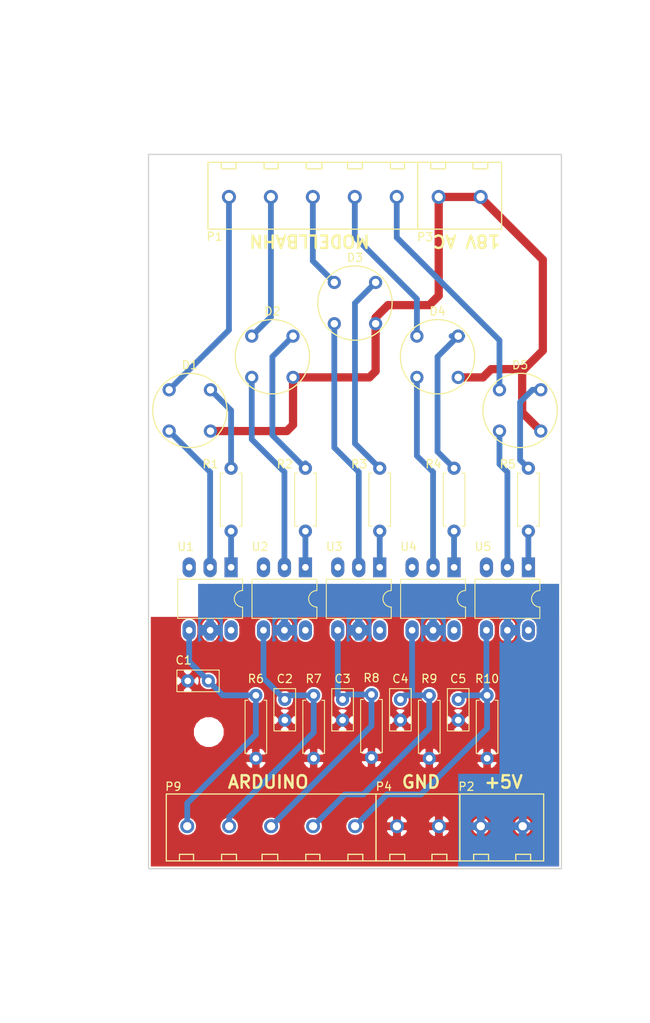
<source format=kicad_pcb>
(kicad_pcb (version 4) (host pcbnew 4.0.5-e0-6337~52~ubuntu16.10.1)

  (general
    (links 58)
    (no_connects 0)
    (area 19.924999 19.924999 70.075001 106.575001)
    (thickness 1.6)
    (drawings 26)
    (tracks 122)
    (zones 0)
    (modules 32)
    (nets 36)
  )

  (page A4)
  (layers
    (0 F.Cu signal)
    (31 B.Cu signal)
    (32 B.Adhes user)
    (33 F.Adhes user)
    (34 B.Paste user)
    (35 F.Paste user)
    (36 B.SilkS user)
    (37 F.SilkS user)
    (38 B.Mask user)
    (39 F.Mask user)
    (40 Dwgs.User user)
    (41 Cmts.User user)
    (42 Eco1.User user)
    (43 Eco2.User user)
    (44 Edge.Cuts user)
    (45 Margin user)
    (46 B.CrtYd user)
    (47 F.CrtYd user)
    (48 B.Fab user)
    (49 F.Fab user)
  )

  (setup
    (last_trace_width 0.7)
    (user_trace_width 0.2)
    (user_trace_width 0.4)
    (user_trace_width 0.5)
    (user_trace_width 0.7)
    (user_trace_width 1)
    (trace_clearance 0.2)
    (zone_clearance 0.2)
    (zone_45_only no)
    (trace_min 0.2)
    (segment_width 0.2)
    (edge_width 0.15)
    (via_size 0.6)
    (via_drill 0.4)
    (via_min_size 0.4)
    (via_min_drill 0.3)
    (uvia_size 0.3)
    (uvia_drill 0.1)
    (uvias_allowed no)
    (uvia_min_size 0.2)
    (uvia_min_drill 0.1)
    (pcb_text_width 0.3)
    (pcb_text_size 1.5 1.5)
    (mod_edge_width 0.15)
    (mod_text_size 1 1)
    (mod_text_width 0.15)
    (pad_size 3.2 3.2)
    (pad_drill 3.2)
    (pad_to_mask_clearance 0.2)
    (aux_axis_origin 0 0)
    (visible_elements FFFFFF7F)
    (pcbplotparams
      (layerselection 0x00000_80000001)
      (usegerberextensions false)
      (excludeedgelayer true)
      (linewidth 0.100000)
      (plotframeref false)
      (viasonmask true)
      (mode 1)
      (useauxorigin false)
      (hpglpennumber 1)
      (hpglpenspeed 20)
      (hpglpendiameter 15)
      (hpglpenoverlay 2)
      (psnegative false)
      (psa4output false)
      (plotreference true)
      (plotvalue true)
      (plotinvisibletext false)
      (padsonsilk true)
      (subtractmaskfromsilk false)
      (outputformat 4)
      (mirror false)
      (drillshape 2)
      (scaleselection 1)
      (outputdirectory /home/willem/kicad/ModellbahnArduino/))
  )

  (net 0 "")
  (net 1 GND)
  (net 2 "Net-(D1-Pad1)")
  (net 3 18VAC)
  (net 4 "Net-(D1-Pad3)")
  (net 5 "Net-(D1-Pad4)")
  (net 6 "Net-(D2-Pad1)")
  (net 7 "Net-(D2-Pad3)")
  (net 8 "Net-(D2-Pad4)")
  (net 9 "Net-(D3-Pad1)")
  (net 10 "Net-(D3-Pad3)")
  (net 11 "Net-(D3-Pad4)")
  (net 12 "Net-(D4-Pad1)")
  (net 13 "Net-(D4-Pad3)")
  (net 14 "Net-(D4-Pad4)")
  (net 15 "Net-(D5-Pad1)")
  (net 16 "Net-(D5-Pad3)")
  (net 17 "Net-(D5-Pad4)")
  (net 18 +5V)
  (net 19 "Net-(R1-Pad2)")
  (net 20 "Net-(R2-Pad2)")
  (net 21 "Net-(R3-Pad2)")
  (net 22 "Net-(R4-Pad2)")
  (net 23 "Net-(R5-Pad2)")
  (net 24 "Net-(U1-Pad6)")
  (net 25 "Net-(U2-Pad6)")
  (net 26 "Net-(U3-Pad6)")
  (net 27 "Net-(U4-Pad6)")
  (net 28 "Net-(U5-Pad6)")
  (net 29 "Net-(P7-Pad1)")
  (net 30 "Net-(P8-Pad1)")
  (net 31 OUT1)
  (net 32 OUT2)
  (net 33 OUT3)
  (net 34 OUT5)
  (net 35 OUT4)

  (net_class Default "This is the default net class."
    (clearance 0.2)
    (trace_width 0.25)
    (via_dia 0.6)
    (via_drill 0.4)
    (uvia_dia 0.3)
    (uvia_drill 0.1)
    (add_net +5V)
    (add_net 18VAC)
    (add_net GND)
    (add_net "Net-(D1-Pad1)")
    (add_net "Net-(D1-Pad3)")
    (add_net "Net-(D1-Pad4)")
    (add_net "Net-(D2-Pad1)")
    (add_net "Net-(D2-Pad3)")
    (add_net "Net-(D2-Pad4)")
    (add_net "Net-(D3-Pad1)")
    (add_net "Net-(D3-Pad3)")
    (add_net "Net-(D3-Pad4)")
    (add_net "Net-(D4-Pad1)")
    (add_net "Net-(D4-Pad3)")
    (add_net "Net-(D4-Pad4)")
    (add_net "Net-(D5-Pad1)")
    (add_net "Net-(D5-Pad3)")
    (add_net "Net-(D5-Pad4)")
    (add_net "Net-(P7-Pad1)")
    (add_net "Net-(P8-Pad1)")
    (add_net "Net-(R1-Pad2)")
    (add_net "Net-(R2-Pad2)")
    (add_net "Net-(R3-Pad2)")
    (add_net "Net-(R4-Pad2)")
    (add_net "Net-(R5-Pad2)")
    (add_net "Net-(U1-Pad6)")
    (add_net "Net-(U2-Pad6)")
    (add_net "Net-(U3-Pad6)")
    (add_net "Net-(U4-Pad6)")
    (add_net "Net-(U5-Pad6)")
    (add_net OUT1)
    (add_net OUT2)
    (add_net OUT3)
    (add_net OUT4)
    (add_net OUT5)
  )

  (module Connect_Addons:Pin_Header_Straight_1x05_Pitch5.08mmDegson (layer F.Cu) (tedit 5889516F) (tstamp 58894E35)
    (at 34.85 101.35)
    (descr "Schraubklemme Degson 5,08")
    (tags "Through hole pin header THT 1x05 5,08 mm Degson")
    (path /588948B1)
    (fp_text reference P9 (at -11.85 -4.8 180) (layer F.SilkS)
      (effects (font (size 1 1) (thickness 0.15)))
    )
    (fp_text value CONN_01X05 (at 2.4 23) (layer F.Fab)
      (effects (font (size 1 1) (thickness 0.15)))
    )
    (fp_line (start 11 3.4) (end 11.1 3.4) (layer F.SilkS) (width 0.15))
    (fp_line (start 11.1 3.4) (end 11.1 4.1) (layer F.SilkS) (width 0.15))
    (fp_line (start 9.3 3.4) (end 9.3 4.1) (layer F.SilkS) (width 0.15))
    (fp_line (start 9.3 4.1) (end 9.3 4.2) (layer F.SilkS) (width 0.15))
    (fp_line (start -11.1 4.1) (end -11.1 3.4) (layer F.SilkS) (width 0.15))
    (fp_line (start -11.1 3.4) (end -9.4 3.4) (layer F.SilkS) (width 0.15))
    (fp_line (start -9.4 3.4) (end -9.4 4.1) (layer F.SilkS) (width 0.15))
    (fp_line (start 9.3 3.4) (end 11 3.4) (layer F.SilkS) (width 0.15))
    (fp_line (start 4.2 4.1) (end 4.2 3.4) (layer F.SilkS) (width 0.15))
    (fp_line (start 4.2 3.4) (end 5.9 3.4) (layer F.SilkS) (width 0.15))
    (fp_line (start 5.9 3.4) (end 5.9 4.1) (layer F.SilkS) (width 0.15))
    (fp_line (start -1.1 4.1) (end -1.1 3.4) (layer F.SilkS) (width 0.15))
    (fp_line (start -1.1 3.4) (end 0.8 3.4) (layer F.SilkS) (width 0.15))
    (fp_line (start 0.8 3.4) (end 0.8 4.1) (layer F.SilkS) (width 0.15))
    (fp_line (start -6 4.1) (end -6 3.4) (layer F.SilkS) (width 0.15))
    (fp_line (start -6 3.4) (end -4.2 3.4) (layer F.SilkS) (width 0.15))
    (fp_line (start -4.2 3.4) (end -4.2 4.1) (layer F.SilkS) (width 0.15))
    (fp_line (start -12.7 -3.9) (end -12.7 4.2) (layer F.SilkS) (width 0.15))
    (fp_line (start -12.7 4.2) (end 12.7 4.2) (layer F.SilkS) (width 0.15))
    (fp_line (start 12.7 4.2) (end 12.7 -3.9) (layer F.SilkS) (width 0.15))
    (fp_line (start -12.7 -3.9) (end 12.7 -3.9) (layer F.SilkS) (width 0.15))
    (pad 1 thru_hole oval (at -10.16 0) (size 1.7 1.7) (drill 1) (layers *.Cu *.Mask)
      (net 31 OUT1))
    (pad 2 thru_hole oval (at -5.08 0) (size 1.7 1.7) (drill 1) (layers *.Cu *.Mask)
      (net 32 OUT2))
    (pad 3 thru_hole oval (at 0 0) (size 1.7 1.7) (drill 1) (layers *.Cu *.Mask)
      (net 33 OUT3))
    (pad 4 thru_hole oval (at 5.08 0) (size 1.7 1.7) (drill 1) (layers *.Cu *.Mask)
      (net 35 OUT4))
    (pad 5 thru_hole oval (at 10.16 0) (size 1.7 1.7) (drill 1) (layers *.Cu *.Mask)
      (net 34 OUT5))
    (model Pin_Headers.3dshapes/Pin_Header_Straight_1x07_Pitch2.54mm.wrl
      (at (xyz 0 -0.3 0))
      (scale (xyz 1 1 1))
      (rotate (xyz 0 0 90))
    )
  )

  (module Resistors_ThroughHole:R_Axial_DIN0207_L6.3mm_D2.5mm_P7.62mm_Horizontal (layer F.Cu) (tedit 5883E970) (tstamp 5883DCB3)
    (at 66 58 270)
    (descr "Resistor, Axial_DIN0207 series, Axial, Horizontal, pin pitch=7.62mm, 0.25W = 1/4W, length*diameter=6.3*2.5mm^2, http://cdn-reichelt.de/documents/datenblatt/B400/1_4W%23YAG.pdf")
    (tags "Resistor Axial_DIN0207 series Axial Horizontal pin pitch 7.62mm 0.25W = 1/4W length 6.3mm diameter 2.5mm")
    (path /587D51DF)
    (fp_text reference R5 (at -0.5 2.5 360) (layer F.SilkS)
      (effects (font (size 1 1) (thickness 0.15)))
    )
    (fp_text value 1,5K (at 3.81 2.31 270) (layer F.Fab)
      (effects (font (size 1 1) (thickness 0.15)))
    )
    (fp_line (start 0.66 -1.25) (end 0.66 1.25) (layer F.Fab) (width 0.1))
    (fp_line (start 0.66 1.25) (end 6.96 1.25) (layer F.Fab) (width 0.1))
    (fp_line (start 6.96 1.25) (end 6.96 -1.25) (layer F.Fab) (width 0.1))
    (fp_line (start 6.96 -1.25) (end 0.66 -1.25) (layer F.Fab) (width 0.1))
    (fp_line (start 0 0) (end 0.66 0) (layer F.Fab) (width 0.1))
    (fp_line (start 7.62 0) (end 6.96 0) (layer F.Fab) (width 0.1))
    (fp_line (start 0.6 -0.98) (end 0.6 -1.31) (layer F.SilkS) (width 0.12))
    (fp_line (start 0.6 -1.31) (end 7.02 -1.31) (layer F.SilkS) (width 0.12))
    (fp_line (start 7.02 -1.31) (end 7.02 -0.98) (layer F.SilkS) (width 0.12))
    (fp_line (start 0.6 0.98) (end 0.6 1.31) (layer F.SilkS) (width 0.12))
    (fp_line (start 0.6 1.31) (end 7.02 1.31) (layer F.SilkS) (width 0.12))
    (fp_line (start 7.02 1.31) (end 7.02 0.98) (layer F.SilkS) (width 0.12))
    (fp_line (start -1.05 -1.6) (end -1.05 1.6) (layer F.CrtYd) (width 0.05))
    (fp_line (start -1.05 1.6) (end 8.7 1.6) (layer F.CrtYd) (width 0.05))
    (fp_line (start 8.7 1.6) (end 8.7 -1.6) (layer F.CrtYd) (width 0.05))
    (fp_line (start 8.7 -1.6) (end -1.05 -1.6) (layer F.CrtYd) (width 0.05))
    (pad 1 thru_hole circle (at 0 0 270) (size 1.6 1.6) (drill 0.8) (layers *.Cu *.Mask)
      (net 16 "Net-(D5-Pad3)"))
    (pad 2 thru_hole oval (at 7.62 0 270) (size 1.6 1.6) (drill 0.8) (layers *.Cu *.Mask)
      (net 23 "Net-(R5-Pad2)"))
    (model Resistors_ThroughHole.3dshapes/R_Axial_DIN0207_L6.3mm_D2.5mm_P7.62mm_Horizontal.wrl
      (at (xyz 0 0 0))
      (scale (xyz 0.393701 0.393701 0.393701))
      (rotate (xyz 0 0 0))
    )
  )

  (module Capacitors_ThroughHole:C_Disc_D5.0mm_W2.5mm_P2.50mm (layer F.Cu) (tedit 588BE1E8) (tstamp 5883DC2E)
    (at 27.25 83.75 180)
    (descr "C, Disc series, Radial, pin pitch=2.50mm, , diameter*width=5*2.5mm^2, Capacitor, http://cdn-reichelt.de/documents/datenblatt/B300/DS_KERKO_TC.pdf")
    (tags "C Disc series Radial pin pitch 2.50mm  diameter 5mm width 2.5mm Capacitor")
    (path /587D6810)
    (fp_text reference C1 (at 3 2.5 360) (layer F.SilkS)
      (effects (font (size 1 1) (thickness 0.15)))
    )
    (fp_text value 100nF (at 1.25 2.31 180) (layer F.Fab)
      (effects (font (size 1 1) (thickness 0.15)))
    )
    (fp_line (start -1.25 -1.25) (end -1.25 1.25) (layer F.Fab) (width 0.1))
    (fp_line (start -1.25 1.25) (end 3.75 1.25) (layer F.Fab) (width 0.1))
    (fp_line (start 3.75 1.25) (end 3.75 -1.25) (layer F.Fab) (width 0.1))
    (fp_line (start 3.75 -1.25) (end -1.25 -1.25) (layer F.Fab) (width 0.1))
    (fp_line (start -1.31 -1.31) (end 3.81 -1.31) (layer F.SilkS) (width 0.12))
    (fp_line (start -1.31 1.31) (end 3.81 1.31) (layer F.SilkS) (width 0.12))
    (fp_line (start -1.31 -1.31) (end -1.31 1.31) (layer F.SilkS) (width 0.12))
    (fp_line (start 3.81 -1.31) (end 3.81 1.31) (layer F.SilkS) (width 0.12))
    (fp_line (start -1.6 -1.6) (end -1.6 1.6) (layer F.CrtYd) (width 0.05))
    (fp_line (start -1.6 1.6) (end 4.1 1.6) (layer F.CrtYd) (width 0.05))
    (fp_line (start 4.1 1.6) (end 4.1 -1.6) (layer F.CrtYd) (width 0.05))
    (fp_line (start 4.1 -1.6) (end -1.6 -1.6) (layer F.CrtYd) (width 0.05))
    (pad 1 thru_hole circle (at 0 0 180) (size 1.6 1.6) (drill 0.8) (layers *.Cu *.Mask)
      (net 31 OUT1))
    (pad 2 thru_hole circle (at 2.5 0 180) (size 1.6 1.6) (drill 0.8) (layers *.Cu *.Mask)
      (net 1 GND))
    (model Capacitors_ThroughHole.3dshapes/C_Disc_D5.0mm_W2.5mm_P2.50mm.wrl
      (at (xyz 0 0 0))
      (scale (xyz 0.393701 0.393701 0.393701))
      (rotate (xyz 0 0 0))
    )
  )

  (module Capacitors_ThroughHole:C_Disc_D5.0mm_W2.5mm_P2.50mm (layer F.Cu) (tedit 5883E886) (tstamp 5883DC34)
    (at 36.5 86 270)
    (descr "C, Disc series, Radial, pin pitch=2.50mm, , diameter*width=5*2.5mm^2, Capacitor, http://cdn-reichelt.de/documents/datenblatt/B300/DS_KERKO_TC.pdf")
    (tags "C Disc series Radial pin pitch 2.50mm  diameter 5mm width 2.5mm Capacitor")
    (path /587D6AE1)
    (fp_text reference C2 (at -2.5 0 540) (layer F.SilkS)
      (effects (font (size 1 1) (thickness 0.15)))
    )
    (fp_text value 100nF (at 1.25 2.31 270) (layer F.Fab)
      (effects (font (size 1 1) (thickness 0.15)))
    )
    (fp_line (start -1.25 -1.25) (end -1.25 1.25) (layer F.Fab) (width 0.1))
    (fp_line (start -1.25 1.25) (end 3.75 1.25) (layer F.Fab) (width 0.1))
    (fp_line (start 3.75 1.25) (end 3.75 -1.25) (layer F.Fab) (width 0.1))
    (fp_line (start 3.75 -1.25) (end -1.25 -1.25) (layer F.Fab) (width 0.1))
    (fp_line (start -1.31 -1.31) (end 3.81 -1.31) (layer F.SilkS) (width 0.12))
    (fp_line (start -1.31 1.31) (end 3.81 1.31) (layer F.SilkS) (width 0.12))
    (fp_line (start -1.31 -1.31) (end -1.31 1.31) (layer F.SilkS) (width 0.12))
    (fp_line (start 3.81 -1.31) (end 3.81 1.31) (layer F.SilkS) (width 0.12))
    (fp_line (start -1.6 -1.6) (end -1.6 1.6) (layer F.CrtYd) (width 0.05))
    (fp_line (start -1.6 1.6) (end 4.1 1.6) (layer F.CrtYd) (width 0.05))
    (fp_line (start 4.1 1.6) (end 4.1 -1.6) (layer F.CrtYd) (width 0.05))
    (fp_line (start 4.1 -1.6) (end -1.6 -1.6) (layer F.CrtYd) (width 0.05))
    (pad 1 thru_hole circle (at 0 0 270) (size 1.6 1.6) (drill 0.8) (layers *.Cu *.Mask)
      (net 32 OUT2))
    (pad 2 thru_hole circle (at 2.5 0 270) (size 1.6 1.6) (drill 0.8) (layers *.Cu *.Mask)
      (net 1 GND))
    (model Capacitors_ThroughHole.3dshapes/C_Disc_D5.0mm_W2.5mm_P2.50mm.wrl
      (at (xyz 0 0 0))
      (scale (xyz 0.393701 0.393701 0.393701))
      (rotate (xyz 0 0 0))
    )
  )

  (module Capacitors_ThroughHole:C_Disc_D5.0mm_W2.5mm_P2.50mm (layer F.Cu) (tedit 5883E88E) (tstamp 5883DC3A)
    (at 43.5 86 270)
    (descr "C, Disc series, Radial, pin pitch=2.50mm, , diameter*width=5*2.5mm^2, Capacitor, http://cdn-reichelt.de/documents/datenblatt/B300/DS_KERKO_TC.pdf")
    (tags "C Disc series Radial pin pitch 2.50mm  diameter 5mm width 2.5mm Capacitor")
    (path /587D6BB8)
    (fp_text reference C3 (at -2.5 0 360) (layer F.SilkS)
      (effects (font (size 1 1) (thickness 0.15)))
    )
    (fp_text value 100nF (at 1.25 2.31 270) (layer F.Fab)
      (effects (font (size 1 1) (thickness 0.15)))
    )
    (fp_line (start -1.25 -1.25) (end -1.25 1.25) (layer F.Fab) (width 0.1))
    (fp_line (start -1.25 1.25) (end 3.75 1.25) (layer F.Fab) (width 0.1))
    (fp_line (start 3.75 1.25) (end 3.75 -1.25) (layer F.Fab) (width 0.1))
    (fp_line (start 3.75 -1.25) (end -1.25 -1.25) (layer F.Fab) (width 0.1))
    (fp_line (start -1.31 -1.31) (end 3.81 -1.31) (layer F.SilkS) (width 0.12))
    (fp_line (start -1.31 1.31) (end 3.81 1.31) (layer F.SilkS) (width 0.12))
    (fp_line (start -1.31 -1.31) (end -1.31 1.31) (layer F.SilkS) (width 0.12))
    (fp_line (start 3.81 -1.31) (end 3.81 1.31) (layer F.SilkS) (width 0.12))
    (fp_line (start -1.6 -1.6) (end -1.6 1.6) (layer F.CrtYd) (width 0.05))
    (fp_line (start -1.6 1.6) (end 4.1 1.6) (layer F.CrtYd) (width 0.05))
    (fp_line (start 4.1 1.6) (end 4.1 -1.6) (layer F.CrtYd) (width 0.05))
    (fp_line (start 4.1 -1.6) (end -1.6 -1.6) (layer F.CrtYd) (width 0.05))
    (pad 1 thru_hole circle (at 0 0 270) (size 1.6 1.6) (drill 0.8) (layers *.Cu *.Mask)
      (net 33 OUT3))
    (pad 2 thru_hole circle (at 2.5 0 270) (size 1.6 1.6) (drill 0.8) (layers *.Cu *.Mask)
      (net 1 GND))
    (model Capacitors_ThroughHole.3dshapes/C_Disc_D5.0mm_W2.5mm_P2.50mm.wrl
      (at (xyz 0 0 0))
      (scale (xyz 0.393701 0.393701 0.393701))
      (rotate (xyz 0 0 0))
    )
  )

  (module Capacitors_ThroughHole:C_Disc_D5.0mm_W2.5mm_P2.50mm (layer F.Cu) (tedit 58895219) (tstamp 5883DC40)
    (at 50.5 86 270)
    (descr "C, Disc series, Radial, pin pitch=2.50mm, , diameter*width=5*2.5mm^2, Capacitor, http://cdn-reichelt.de/documents/datenblatt/B300/DS_KERKO_TC.pdf")
    (tags "C Disc series Radial pin pitch 2.50mm  diameter 5mm width 2.5mm Capacitor")
    (path /587D6CC2)
    (fp_text reference C4 (at -2.5 0 360) (layer F.SilkS)
      (effects (font (size 1 1) (thickness 0.15)))
    )
    (fp_text value 100nF (at 1.25 2.31 270) (layer F.Fab)
      (effects (font (size 1 1) (thickness 0.15)))
    )
    (fp_line (start -1.25 -1.25) (end -1.25 1.25) (layer F.Fab) (width 0.1))
    (fp_line (start -1.25 1.25) (end 3.75 1.25) (layer F.Fab) (width 0.1))
    (fp_line (start 3.75 1.25) (end 3.75 -1.25) (layer F.Fab) (width 0.1))
    (fp_line (start 3.75 -1.25) (end -1.25 -1.25) (layer F.Fab) (width 0.1))
    (fp_line (start -1.31 -1.31) (end 3.81 -1.31) (layer F.SilkS) (width 0.12))
    (fp_line (start -1.31 1.31) (end 3.81 1.31) (layer F.SilkS) (width 0.12))
    (fp_line (start -1.31 -1.31) (end -1.31 1.31) (layer F.SilkS) (width 0.12))
    (fp_line (start 3.81 -1.31) (end 3.81 1.31) (layer F.SilkS) (width 0.12))
    (fp_line (start -1.6 -1.6) (end -1.6 1.6) (layer F.CrtYd) (width 0.05))
    (fp_line (start -1.6 1.6) (end 4.1 1.6) (layer F.CrtYd) (width 0.05))
    (fp_line (start 4.1 1.6) (end 4.1 -1.6) (layer F.CrtYd) (width 0.05))
    (fp_line (start 4.1 -1.6) (end -1.6 -1.6) (layer F.CrtYd) (width 0.05))
    (pad 1 thru_hole circle (at 0 0 270) (size 1.6 1.6) (drill 0.8) (layers *.Cu *.Mask)
      (net 35 OUT4))
    (pad 2 thru_hole circle (at 2.5 0 270) (size 1.6 1.6) (drill 0.8) (layers *.Cu *.Mask)
      (net 1 GND))
    (model Capacitors_ThroughHole.3dshapes/C_Disc_D5.0mm_W2.5mm_P2.50mm.wrl
      (at (xyz 0 0 0))
      (scale (xyz 0.393701 0.393701 0.393701))
      (rotate (xyz 0 0 0))
    )
  )

  (module Capacitors_ThroughHole:C_Disc_D5.0mm_W2.5mm_P2.50mm (layer F.Cu) (tedit 5883E896) (tstamp 5883DC46)
    (at 57.5 86 270)
    (descr "C, Disc series, Radial, pin pitch=2.50mm, , diameter*width=5*2.5mm^2, Capacitor, http://cdn-reichelt.de/documents/datenblatt/B300/DS_KERKO_TC.pdf")
    (tags "C Disc series Radial pin pitch 2.50mm  diameter 5mm width 2.5mm Capacitor")
    (path /587D6DC5)
    (fp_text reference C5 (at -2.5 0 360) (layer F.SilkS)
      (effects (font (size 1 1) (thickness 0.15)))
    )
    (fp_text value 100nF (at 1.25 2.31 270) (layer F.Fab)
      (effects (font (size 1 1) (thickness 0.15)))
    )
    (fp_line (start -1.25 -1.25) (end -1.25 1.25) (layer F.Fab) (width 0.1))
    (fp_line (start -1.25 1.25) (end 3.75 1.25) (layer F.Fab) (width 0.1))
    (fp_line (start 3.75 1.25) (end 3.75 -1.25) (layer F.Fab) (width 0.1))
    (fp_line (start 3.75 -1.25) (end -1.25 -1.25) (layer F.Fab) (width 0.1))
    (fp_line (start -1.31 -1.31) (end 3.81 -1.31) (layer F.SilkS) (width 0.12))
    (fp_line (start -1.31 1.31) (end 3.81 1.31) (layer F.SilkS) (width 0.12))
    (fp_line (start -1.31 -1.31) (end -1.31 1.31) (layer F.SilkS) (width 0.12))
    (fp_line (start 3.81 -1.31) (end 3.81 1.31) (layer F.SilkS) (width 0.12))
    (fp_line (start -1.6 -1.6) (end -1.6 1.6) (layer F.CrtYd) (width 0.05))
    (fp_line (start -1.6 1.6) (end 4.1 1.6) (layer F.CrtYd) (width 0.05))
    (fp_line (start 4.1 1.6) (end 4.1 -1.6) (layer F.CrtYd) (width 0.05))
    (fp_line (start 4.1 -1.6) (end -1.6 -1.6) (layer F.CrtYd) (width 0.05))
    (pad 1 thru_hole circle (at 0 0 270) (size 1.6 1.6) (drill 0.8) (layers *.Cu *.Mask)
      (net 34 OUT5))
    (pad 2 thru_hole circle (at 2.5 0 270) (size 1.6 1.6) (drill 0.8) (layers *.Cu *.Mask)
      (net 1 GND))
    (model Capacitors_ThroughHole.3dshapes/C_Disc_D5.0mm_W2.5mm_P2.50mm.wrl
      (at (xyz 0 0 0))
      (scale (xyz 0.393701 0.393701 0.393701))
      (rotate (xyz 0 0 0))
    )
  )

  (module Resistors_ThroughHole:R_Axial_DIN0207_L6.3mm_D2.5mm_P7.62mm_Horizontal (layer F.Cu) (tedit 5883E97C) (tstamp 5883DC9B)
    (at 30 58 270)
    (descr "Resistor, Axial_DIN0207 series, Axial, Horizontal, pin pitch=7.62mm, 0.25W = 1/4W, length*diameter=6.3*2.5mm^2, http://cdn-reichelt.de/documents/datenblatt/B400/1_4W%23YAG.pdf")
    (tags "Resistor Axial_DIN0207 series Axial Horizontal pin pitch 7.62mm 0.25W = 1/4W length 6.3mm diameter 2.5mm")
    (path /587D50C4)
    (fp_text reference R1 (at -0.5 2.5 360) (layer F.SilkS)
      (effects (font (size 1 1) (thickness 0.15)))
    )
    (fp_text value 1,5K (at 3.81 2.31 270) (layer F.Fab)
      (effects (font (size 1 1) (thickness 0.15)))
    )
    (fp_line (start 0.66 -1.25) (end 0.66 1.25) (layer F.Fab) (width 0.1))
    (fp_line (start 0.66 1.25) (end 6.96 1.25) (layer F.Fab) (width 0.1))
    (fp_line (start 6.96 1.25) (end 6.96 -1.25) (layer F.Fab) (width 0.1))
    (fp_line (start 6.96 -1.25) (end 0.66 -1.25) (layer F.Fab) (width 0.1))
    (fp_line (start 0 0) (end 0.66 0) (layer F.Fab) (width 0.1))
    (fp_line (start 7.62 0) (end 6.96 0) (layer F.Fab) (width 0.1))
    (fp_line (start 0.6 -0.98) (end 0.6 -1.31) (layer F.SilkS) (width 0.12))
    (fp_line (start 0.6 -1.31) (end 7.02 -1.31) (layer F.SilkS) (width 0.12))
    (fp_line (start 7.02 -1.31) (end 7.02 -0.98) (layer F.SilkS) (width 0.12))
    (fp_line (start 0.6 0.98) (end 0.6 1.31) (layer F.SilkS) (width 0.12))
    (fp_line (start 0.6 1.31) (end 7.02 1.31) (layer F.SilkS) (width 0.12))
    (fp_line (start 7.02 1.31) (end 7.02 0.98) (layer F.SilkS) (width 0.12))
    (fp_line (start -1.05 -1.6) (end -1.05 1.6) (layer F.CrtYd) (width 0.05))
    (fp_line (start -1.05 1.6) (end 8.7 1.6) (layer F.CrtYd) (width 0.05))
    (fp_line (start 8.7 1.6) (end 8.7 -1.6) (layer F.CrtYd) (width 0.05))
    (fp_line (start 8.7 -1.6) (end -1.05 -1.6) (layer F.CrtYd) (width 0.05))
    (pad 1 thru_hole circle (at 0 0 270) (size 1.6 1.6) (drill 0.8) (layers *.Cu *.Mask)
      (net 4 "Net-(D1-Pad3)"))
    (pad 2 thru_hole oval (at 7.62 0 270) (size 1.6 1.6) (drill 0.8) (layers *.Cu *.Mask)
      (net 19 "Net-(R1-Pad2)"))
    (model Resistors_ThroughHole.3dshapes/R_Axial_DIN0207_L6.3mm_D2.5mm_P7.62mm_Horizontal.wrl
      (at (xyz 0 0 0))
      (scale (xyz 0.393701 0.393701 0.393701))
      (rotate (xyz 0 0 0))
    )
  )

  (module Resistors_ThroughHole:R_Axial_DIN0207_L6.3mm_D2.5mm_P7.62mm_Horizontal (layer F.Cu) (tedit 5883E978) (tstamp 5883DCA1)
    (at 39 58 270)
    (descr "Resistor, Axial_DIN0207 series, Axial, Horizontal, pin pitch=7.62mm, 0.25W = 1/4W, length*diameter=6.3*2.5mm^2, http://cdn-reichelt.de/documents/datenblatt/B400/1_4W%23YAG.pdf")
    (tags "Resistor Axial_DIN0207 series Axial Horizontal pin pitch 7.62mm 0.25W = 1/4W length 6.3mm diameter 2.5mm")
    (path /587D4F50)
    (fp_text reference R2 (at -0.5 2.5 360) (layer F.SilkS)
      (effects (font (size 1 1) (thickness 0.15)))
    )
    (fp_text value 1,5K (at 3.81 2.31 270) (layer F.Fab)
      (effects (font (size 1 1) (thickness 0.15)))
    )
    (fp_line (start 0.66 -1.25) (end 0.66 1.25) (layer F.Fab) (width 0.1))
    (fp_line (start 0.66 1.25) (end 6.96 1.25) (layer F.Fab) (width 0.1))
    (fp_line (start 6.96 1.25) (end 6.96 -1.25) (layer F.Fab) (width 0.1))
    (fp_line (start 6.96 -1.25) (end 0.66 -1.25) (layer F.Fab) (width 0.1))
    (fp_line (start 0 0) (end 0.66 0) (layer F.Fab) (width 0.1))
    (fp_line (start 7.62 0) (end 6.96 0) (layer F.Fab) (width 0.1))
    (fp_line (start 0.6 -0.98) (end 0.6 -1.31) (layer F.SilkS) (width 0.12))
    (fp_line (start 0.6 -1.31) (end 7.02 -1.31) (layer F.SilkS) (width 0.12))
    (fp_line (start 7.02 -1.31) (end 7.02 -0.98) (layer F.SilkS) (width 0.12))
    (fp_line (start 0.6 0.98) (end 0.6 1.31) (layer F.SilkS) (width 0.12))
    (fp_line (start 0.6 1.31) (end 7.02 1.31) (layer F.SilkS) (width 0.12))
    (fp_line (start 7.02 1.31) (end 7.02 0.98) (layer F.SilkS) (width 0.12))
    (fp_line (start -1.05 -1.6) (end -1.05 1.6) (layer F.CrtYd) (width 0.05))
    (fp_line (start -1.05 1.6) (end 8.7 1.6) (layer F.CrtYd) (width 0.05))
    (fp_line (start 8.7 1.6) (end 8.7 -1.6) (layer F.CrtYd) (width 0.05))
    (fp_line (start 8.7 -1.6) (end -1.05 -1.6) (layer F.CrtYd) (width 0.05))
    (pad 1 thru_hole circle (at 0 0 270) (size 1.6 1.6) (drill 0.8) (layers *.Cu *.Mask)
      (net 7 "Net-(D2-Pad3)"))
    (pad 2 thru_hole oval (at 7.62 0 270) (size 1.6 1.6) (drill 0.8) (layers *.Cu *.Mask)
      (net 20 "Net-(R2-Pad2)"))
    (model Resistors_ThroughHole.3dshapes/R_Axial_DIN0207_L6.3mm_D2.5mm_P7.62mm_Horizontal.wrl
      (at (xyz 0 0 0))
      (scale (xyz 0.393701 0.393701 0.393701))
      (rotate (xyz 0 0 0))
    )
  )

  (module Resistors_ThroughHole:R_Axial_DIN0207_L6.3mm_D2.5mm_P7.62mm_Horizontal (layer F.Cu) (tedit 5883E972) (tstamp 5883DCA7)
    (at 48 58 270)
    (descr "Resistor, Axial_DIN0207 series, Axial, Horizontal, pin pitch=7.62mm, 0.25W = 1/4W, length*diameter=6.3*2.5mm^2, http://cdn-reichelt.de/documents/datenblatt/B400/1_4W%23YAG.pdf")
    (tags "Resistor Axial_DIN0207 series Axial Horizontal pin pitch 7.62mm 0.25W = 1/4W length 6.3mm diameter 2.5mm")
    (path /587D5056)
    (fp_text reference R3 (at -0.5 2.5 360) (layer F.SilkS)
      (effects (font (size 1 1) (thickness 0.15)))
    )
    (fp_text value 1,5K (at 3.81 2.31 270) (layer F.Fab)
      (effects (font (size 1 1) (thickness 0.15)))
    )
    (fp_line (start 0.66 -1.25) (end 0.66 1.25) (layer F.Fab) (width 0.1))
    (fp_line (start 0.66 1.25) (end 6.96 1.25) (layer F.Fab) (width 0.1))
    (fp_line (start 6.96 1.25) (end 6.96 -1.25) (layer F.Fab) (width 0.1))
    (fp_line (start 6.96 -1.25) (end 0.66 -1.25) (layer F.Fab) (width 0.1))
    (fp_line (start 0 0) (end 0.66 0) (layer F.Fab) (width 0.1))
    (fp_line (start 7.62 0) (end 6.96 0) (layer F.Fab) (width 0.1))
    (fp_line (start 0.6 -0.98) (end 0.6 -1.31) (layer F.SilkS) (width 0.12))
    (fp_line (start 0.6 -1.31) (end 7.02 -1.31) (layer F.SilkS) (width 0.12))
    (fp_line (start 7.02 -1.31) (end 7.02 -0.98) (layer F.SilkS) (width 0.12))
    (fp_line (start 0.6 0.98) (end 0.6 1.31) (layer F.SilkS) (width 0.12))
    (fp_line (start 0.6 1.31) (end 7.02 1.31) (layer F.SilkS) (width 0.12))
    (fp_line (start 7.02 1.31) (end 7.02 0.98) (layer F.SilkS) (width 0.12))
    (fp_line (start -1.05 -1.6) (end -1.05 1.6) (layer F.CrtYd) (width 0.05))
    (fp_line (start -1.05 1.6) (end 8.7 1.6) (layer F.CrtYd) (width 0.05))
    (fp_line (start 8.7 1.6) (end 8.7 -1.6) (layer F.CrtYd) (width 0.05))
    (fp_line (start 8.7 -1.6) (end -1.05 -1.6) (layer F.CrtYd) (width 0.05))
    (pad 1 thru_hole circle (at 0 0 270) (size 1.6 1.6) (drill 0.8) (layers *.Cu *.Mask)
      (net 10 "Net-(D3-Pad3)"))
    (pad 2 thru_hole oval (at 7.62 0 270) (size 1.6 1.6) (drill 0.8) (layers *.Cu *.Mask)
      (net 21 "Net-(R3-Pad2)"))
    (model Resistors_ThroughHole.3dshapes/R_Axial_DIN0207_L6.3mm_D2.5mm_P7.62mm_Horizontal.wrl
      (at (xyz 0 0 0))
      (scale (xyz 0.393701 0.393701 0.393701))
      (rotate (xyz 0 0 0))
    )
  )

  (module Resistors_ThroughHole:R_Axial_DIN0207_L6.3mm_D2.5mm_P7.62mm_Horizontal (layer F.Cu) (tedit 5883E96C) (tstamp 5883DCAD)
    (at 57 58 270)
    (descr "Resistor, Axial_DIN0207 series, Axial, Horizontal, pin pitch=7.62mm, 0.25W = 1/4W, length*diameter=6.3*2.5mm^2, http://cdn-reichelt.de/documents/datenblatt/B400/1_4W%23YAG.pdf")
    (tags "Resistor Axial_DIN0207 series Axial Horizontal pin pitch 7.62mm 0.25W = 1/4W length 6.3mm diameter 2.5mm")
    (path /587D5163)
    (fp_text reference R4 (at -0.5 2.5 360) (layer F.SilkS)
      (effects (font (size 1 1) (thickness 0.15)))
    )
    (fp_text value 1,5K (at 3.81 2.31 270) (layer F.Fab)
      (effects (font (size 1 1) (thickness 0.15)))
    )
    (fp_line (start 0.66 -1.25) (end 0.66 1.25) (layer F.Fab) (width 0.1))
    (fp_line (start 0.66 1.25) (end 6.96 1.25) (layer F.Fab) (width 0.1))
    (fp_line (start 6.96 1.25) (end 6.96 -1.25) (layer F.Fab) (width 0.1))
    (fp_line (start 6.96 -1.25) (end 0.66 -1.25) (layer F.Fab) (width 0.1))
    (fp_line (start 0 0) (end 0.66 0) (layer F.Fab) (width 0.1))
    (fp_line (start 7.62 0) (end 6.96 0) (layer F.Fab) (width 0.1))
    (fp_line (start 0.6 -0.98) (end 0.6 -1.31) (layer F.SilkS) (width 0.12))
    (fp_line (start 0.6 -1.31) (end 7.02 -1.31) (layer F.SilkS) (width 0.12))
    (fp_line (start 7.02 -1.31) (end 7.02 -0.98) (layer F.SilkS) (width 0.12))
    (fp_line (start 0.6 0.98) (end 0.6 1.31) (layer F.SilkS) (width 0.12))
    (fp_line (start 0.6 1.31) (end 7.02 1.31) (layer F.SilkS) (width 0.12))
    (fp_line (start 7.02 1.31) (end 7.02 0.98) (layer F.SilkS) (width 0.12))
    (fp_line (start -1.05 -1.6) (end -1.05 1.6) (layer F.CrtYd) (width 0.05))
    (fp_line (start -1.05 1.6) (end 8.7 1.6) (layer F.CrtYd) (width 0.05))
    (fp_line (start 8.7 1.6) (end 8.7 -1.6) (layer F.CrtYd) (width 0.05))
    (fp_line (start 8.7 -1.6) (end -1.05 -1.6) (layer F.CrtYd) (width 0.05))
    (pad 1 thru_hole circle (at 0 0 270) (size 1.6 1.6) (drill 0.8) (layers *.Cu *.Mask)
      (net 13 "Net-(D4-Pad3)"))
    (pad 2 thru_hole oval (at 7.62 0 270) (size 1.6 1.6) (drill 0.8) (layers *.Cu *.Mask)
      (net 22 "Net-(R4-Pad2)"))
    (model Resistors_ThroughHole.3dshapes/R_Axial_DIN0207_L6.3mm_D2.5mm_P7.62mm_Horizontal.wrl
      (at (xyz 0 0 0))
      (scale (xyz 0.393701 0.393701 0.393701))
      (rotate (xyz 0 0 0))
    )
  )

  (module Resistors_ThroughHole:R_Axial_DIN0207_L6.3mm_D2.5mm_P7.62mm_Horizontal (layer F.Cu) (tedit 5883E87D) (tstamp 5883DCB9)
    (at 33 85.5 270)
    (descr "Resistor, Axial_DIN0207 series, Axial, Horizontal, pin pitch=7.62mm, 0.25W = 1/4W, length*diameter=6.3*2.5mm^2, http://cdn-reichelt.de/documents/datenblatt/B400/1_4W%23YAG.pdf")
    (tags "Resistor Axial_DIN0207 series Axial Horizontal pin pitch 7.62mm 0.25W = 1/4W length 6.3mm diameter 2.5mm")
    (path /587D688E)
    (fp_text reference R6 (at -2 0 540) (layer F.SilkS)
      (effects (font (size 1 1) (thickness 0.15)))
    )
    (fp_text value 10K (at 3.81 2.31 270) (layer F.Fab)
      (effects (font (size 1 1) (thickness 0.15)))
    )
    (fp_line (start 0.66 -1.25) (end 0.66 1.25) (layer F.Fab) (width 0.1))
    (fp_line (start 0.66 1.25) (end 6.96 1.25) (layer F.Fab) (width 0.1))
    (fp_line (start 6.96 1.25) (end 6.96 -1.25) (layer F.Fab) (width 0.1))
    (fp_line (start 6.96 -1.25) (end 0.66 -1.25) (layer F.Fab) (width 0.1))
    (fp_line (start 0 0) (end 0.66 0) (layer F.Fab) (width 0.1))
    (fp_line (start 7.62 0) (end 6.96 0) (layer F.Fab) (width 0.1))
    (fp_line (start 0.6 -0.98) (end 0.6 -1.31) (layer F.SilkS) (width 0.12))
    (fp_line (start 0.6 -1.31) (end 7.02 -1.31) (layer F.SilkS) (width 0.12))
    (fp_line (start 7.02 -1.31) (end 7.02 -0.98) (layer F.SilkS) (width 0.12))
    (fp_line (start 0.6 0.98) (end 0.6 1.31) (layer F.SilkS) (width 0.12))
    (fp_line (start 0.6 1.31) (end 7.02 1.31) (layer F.SilkS) (width 0.12))
    (fp_line (start 7.02 1.31) (end 7.02 0.98) (layer F.SilkS) (width 0.12))
    (fp_line (start -1.05 -1.6) (end -1.05 1.6) (layer F.CrtYd) (width 0.05))
    (fp_line (start -1.05 1.6) (end 8.7 1.6) (layer F.CrtYd) (width 0.05))
    (fp_line (start 8.7 1.6) (end 8.7 -1.6) (layer F.CrtYd) (width 0.05))
    (fp_line (start 8.7 -1.6) (end -1.05 -1.6) (layer F.CrtYd) (width 0.05))
    (pad 1 thru_hole circle (at 0 0 270) (size 1.6 1.6) (drill 0.8) (layers *.Cu *.Mask)
      (net 31 OUT1))
    (pad 2 thru_hole oval (at 7.62 0 270) (size 1.6 1.6) (drill 0.8) (layers *.Cu *.Mask)
      (net 1 GND))
    (model Resistors_ThroughHole.3dshapes/R_Axial_DIN0207_L6.3mm_D2.5mm_P7.62mm_Horizontal.wrl
      (at (xyz 0 0 0))
      (scale (xyz 0.393701 0.393701 0.393701))
      (rotate (xyz 0 0 0))
    )
  )

  (module Resistors_ThroughHole:R_Axial_DIN0207_L6.3mm_D2.5mm_P7.62mm_Horizontal (layer F.Cu) (tedit 5883E884) (tstamp 5883DCBF)
    (at 40 85.5 270)
    (descr "Resistor, Axial_DIN0207 series, Axial, Horizontal, pin pitch=7.62mm, 0.25W = 1/4W, length*diameter=6.3*2.5mm^2, http://cdn-reichelt.de/documents/datenblatt/B400/1_4W%23YAG.pdf")
    (tags "Resistor Axial_DIN0207 series Axial Horizontal pin pitch 7.62mm 0.25W = 1/4W length 6.3mm diameter 2.5mm")
    (path /587D6AE7)
    (fp_text reference R7 (at -2 0 360) (layer F.SilkS)
      (effects (font (size 1 1) (thickness 0.15)))
    )
    (fp_text value 10K (at 3.81 2.31 270) (layer F.Fab)
      (effects (font (size 1 1) (thickness 0.15)))
    )
    (fp_line (start 0.66 -1.25) (end 0.66 1.25) (layer F.Fab) (width 0.1))
    (fp_line (start 0.66 1.25) (end 6.96 1.25) (layer F.Fab) (width 0.1))
    (fp_line (start 6.96 1.25) (end 6.96 -1.25) (layer F.Fab) (width 0.1))
    (fp_line (start 6.96 -1.25) (end 0.66 -1.25) (layer F.Fab) (width 0.1))
    (fp_line (start 0 0) (end 0.66 0) (layer F.Fab) (width 0.1))
    (fp_line (start 7.62 0) (end 6.96 0) (layer F.Fab) (width 0.1))
    (fp_line (start 0.6 -0.98) (end 0.6 -1.31) (layer F.SilkS) (width 0.12))
    (fp_line (start 0.6 -1.31) (end 7.02 -1.31) (layer F.SilkS) (width 0.12))
    (fp_line (start 7.02 -1.31) (end 7.02 -0.98) (layer F.SilkS) (width 0.12))
    (fp_line (start 0.6 0.98) (end 0.6 1.31) (layer F.SilkS) (width 0.12))
    (fp_line (start 0.6 1.31) (end 7.02 1.31) (layer F.SilkS) (width 0.12))
    (fp_line (start 7.02 1.31) (end 7.02 0.98) (layer F.SilkS) (width 0.12))
    (fp_line (start -1.05 -1.6) (end -1.05 1.6) (layer F.CrtYd) (width 0.05))
    (fp_line (start -1.05 1.6) (end 8.7 1.6) (layer F.CrtYd) (width 0.05))
    (fp_line (start 8.7 1.6) (end 8.7 -1.6) (layer F.CrtYd) (width 0.05))
    (fp_line (start 8.7 -1.6) (end -1.05 -1.6) (layer F.CrtYd) (width 0.05))
    (pad 1 thru_hole circle (at 0 0 270) (size 1.6 1.6) (drill 0.8) (layers *.Cu *.Mask)
      (net 32 OUT2))
    (pad 2 thru_hole oval (at 7.62 0 270) (size 1.6 1.6) (drill 0.8) (layers *.Cu *.Mask)
      (net 1 GND))
    (model Resistors_ThroughHole.3dshapes/R_Axial_DIN0207_L6.3mm_D2.5mm_P7.62mm_Horizontal.wrl
      (at (xyz 0 0 0))
      (scale (xyz 0.393701 0.393701 0.393701))
      (rotate (xyz 0 0 0))
    )
  )

  (module Resistors_ThroughHole:R_Axial_DIN0207_L6.3mm_D2.5mm_P7.62mm_Horizontal (layer F.Cu) (tedit 5883E889) (tstamp 5883DCC5)
    (at 47 85.4 270)
    (descr "Resistor, Axial_DIN0207 series, Axial, Horizontal, pin pitch=7.62mm, 0.25W = 1/4W, length*diameter=6.3*2.5mm^2, http://cdn-reichelt.de/documents/datenblatt/B400/1_4W%23YAG.pdf")
    (tags "Resistor Axial_DIN0207 series Axial Horizontal pin pitch 7.62mm 0.25W = 1/4W length 6.3mm diameter 2.5mm")
    (path /587D6BBE)
    (fp_text reference R8 (at -2 0 360) (layer F.SilkS)
      (effects (font (size 1 1) (thickness 0.15)))
    )
    (fp_text value 10K (at 3.81 2.31 270) (layer F.Fab)
      (effects (font (size 1 1) (thickness 0.15)))
    )
    (fp_line (start 0.66 -1.25) (end 0.66 1.25) (layer F.Fab) (width 0.1))
    (fp_line (start 0.66 1.25) (end 6.96 1.25) (layer F.Fab) (width 0.1))
    (fp_line (start 6.96 1.25) (end 6.96 -1.25) (layer F.Fab) (width 0.1))
    (fp_line (start 6.96 -1.25) (end 0.66 -1.25) (layer F.Fab) (width 0.1))
    (fp_line (start 0 0) (end 0.66 0) (layer F.Fab) (width 0.1))
    (fp_line (start 7.62 0) (end 6.96 0) (layer F.Fab) (width 0.1))
    (fp_line (start 0.6 -0.98) (end 0.6 -1.31) (layer F.SilkS) (width 0.12))
    (fp_line (start 0.6 -1.31) (end 7.02 -1.31) (layer F.SilkS) (width 0.12))
    (fp_line (start 7.02 -1.31) (end 7.02 -0.98) (layer F.SilkS) (width 0.12))
    (fp_line (start 0.6 0.98) (end 0.6 1.31) (layer F.SilkS) (width 0.12))
    (fp_line (start 0.6 1.31) (end 7.02 1.31) (layer F.SilkS) (width 0.12))
    (fp_line (start 7.02 1.31) (end 7.02 0.98) (layer F.SilkS) (width 0.12))
    (fp_line (start -1.05 -1.6) (end -1.05 1.6) (layer F.CrtYd) (width 0.05))
    (fp_line (start -1.05 1.6) (end 8.7 1.6) (layer F.CrtYd) (width 0.05))
    (fp_line (start 8.7 1.6) (end 8.7 -1.6) (layer F.CrtYd) (width 0.05))
    (fp_line (start 8.7 -1.6) (end -1.05 -1.6) (layer F.CrtYd) (width 0.05))
    (pad 1 thru_hole circle (at 0 0 270) (size 1.6 1.6) (drill 0.8) (layers *.Cu *.Mask)
      (net 33 OUT3))
    (pad 2 thru_hole oval (at 7.62 0 270) (size 1.6 1.6) (drill 0.8) (layers *.Cu *.Mask)
      (net 1 GND))
    (model Resistors_ThroughHole.3dshapes/R_Axial_DIN0207_L6.3mm_D2.5mm_P7.62mm_Horizontal.wrl
      (at (xyz 0 0 0))
      (scale (xyz 0.393701 0.393701 0.393701))
      (rotate (xyz 0 0 0))
    )
  )

  (module Resistors_ThroughHole:R_Axial_DIN0207_L6.3mm_D2.5mm_P7.62mm_Horizontal (layer F.Cu) (tedit 5883E88C) (tstamp 5883DCCB)
    (at 54 85.5 270)
    (descr "Resistor, Axial_DIN0207 series, Axial, Horizontal, pin pitch=7.62mm, 0.25W = 1/4W, length*diameter=6.3*2.5mm^2, http://cdn-reichelt.de/documents/datenblatt/B400/1_4W%23YAG.pdf")
    (tags "Resistor Axial_DIN0207 series Axial Horizontal pin pitch 7.62mm 0.25W = 1/4W length 6.3mm diameter 2.5mm")
    (path /587D6CC8)
    (fp_text reference R9 (at -2 0 360) (layer F.SilkS)
      (effects (font (size 1 1) (thickness 0.15)))
    )
    (fp_text value 10K (at 3.81 2.31 360) (layer F.Fab)
      (effects (font (size 1 1) (thickness 0.15)))
    )
    (fp_line (start 0.66 -1.25) (end 0.66 1.25) (layer F.Fab) (width 0.1))
    (fp_line (start 0.66 1.25) (end 6.96 1.25) (layer F.Fab) (width 0.1))
    (fp_line (start 6.96 1.25) (end 6.96 -1.25) (layer F.Fab) (width 0.1))
    (fp_line (start 6.96 -1.25) (end 0.66 -1.25) (layer F.Fab) (width 0.1))
    (fp_line (start 0 0) (end 0.66 0) (layer F.Fab) (width 0.1))
    (fp_line (start 7.62 0) (end 6.96 0) (layer F.Fab) (width 0.1))
    (fp_line (start 0.6 -0.98) (end 0.6 -1.31) (layer F.SilkS) (width 0.12))
    (fp_line (start 0.6 -1.31) (end 7.02 -1.31) (layer F.SilkS) (width 0.12))
    (fp_line (start 7.02 -1.31) (end 7.02 -0.98) (layer F.SilkS) (width 0.12))
    (fp_line (start 0.6 0.98) (end 0.6 1.31) (layer F.SilkS) (width 0.12))
    (fp_line (start 0.6 1.31) (end 7.02 1.31) (layer F.SilkS) (width 0.12))
    (fp_line (start 7.02 1.31) (end 7.02 0.98) (layer F.SilkS) (width 0.12))
    (fp_line (start -1.05 -1.6) (end -1.05 1.6) (layer F.CrtYd) (width 0.05))
    (fp_line (start -1.05 1.6) (end 8.7 1.6) (layer F.CrtYd) (width 0.05))
    (fp_line (start 8.7 1.6) (end 8.7 -1.6) (layer F.CrtYd) (width 0.05))
    (fp_line (start 8.7 -1.6) (end -1.05 -1.6) (layer F.CrtYd) (width 0.05))
    (pad 1 thru_hole circle (at 0 0 270) (size 1.6 1.6) (drill 0.8) (layers *.Cu *.Mask)
      (net 35 OUT4))
    (pad 2 thru_hole oval (at 7.62 0 270) (size 1.6 1.6) (drill 0.8) (layers *.Cu *.Mask)
      (net 1 GND))
    (model Resistors_ThroughHole.3dshapes/R_Axial_DIN0207_L6.3mm_D2.5mm_P7.62mm_Horizontal.wrl
      (at (xyz 0 0 0))
      (scale (xyz 0.393701 0.393701 0.393701))
      (rotate (xyz 0 0 0))
    )
  )

  (module Resistors_ThroughHole:R_Axial_DIN0207_L6.3mm_D2.5mm_P7.62mm_Horizontal (layer F.Cu) (tedit 5883E893) (tstamp 5883DCD1)
    (at 61 85.5 270)
    (descr "Resistor, Axial_DIN0207 series, Axial, Horizontal, pin pitch=7.62mm, 0.25W = 1/4W, length*diameter=6.3*2.5mm^2, http://cdn-reichelt.de/documents/datenblatt/B400/1_4W%23YAG.pdf")
    (tags "Resistor Axial_DIN0207 series Axial Horizontal pin pitch 7.62mm 0.25W = 1/4W length 6.3mm diameter 2.5mm")
    (path /587D6DCB)
    (fp_text reference R10 (at -2 0 360) (layer F.SilkS)
      (effects (font (size 1 1) (thickness 0.15)))
    )
    (fp_text value 10K (at 3.81 2.31 270) (layer F.Fab)
      (effects (font (size 1 1) (thickness 0.15)))
    )
    (fp_line (start 0.66 -1.25) (end 0.66 1.25) (layer F.Fab) (width 0.1))
    (fp_line (start 0.66 1.25) (end 6.96 1.25) (layer F.Fab) (width 0.1))
    (fp_line (start 6.96 1.25) (end 6.96 -1.25) (layer F.Fab) (width 0.1))
    (fp_line (start 6.96 -1.25) (end 0.66 -1.25) (layer F.Fab) (width 0.1))
    (fp_line (start 0 0) (end 0.66 0) (layer F.Fab) (width 0.1))
    (fp_line (start 7.62 0) (end 6.96 0) (layer F.Fab) (width 0.1))
    (fp_line (start 0.6 -0.98) (end 0.6 -1.31) (layer F.SilkS) (width 0.12))
    (fp_line (start 0.6 -1.31) (end 7.02 -1.31) (layer F.SilkS) (width 0.12))
    (fp_line (start 7.02 -1.31) (end 7.02 -0.98) (layer F.SilkS) (width 0.12))
    (fp_line (start 0.6 0.98) (end 0.6 1.31) (layer F.SilkS) (width 0.12))
    (fp_line (start 0.6 1.31) (end 7.02 1.31) (layer F.SilkS) (width 0.12))
    (fp_line (start 7.02 1.31) (end 7.02 0.98) (layer F.SilkS) (width 0.12))
    (fp_line (start -1.05 -1.6) (end -1.05 1.6) (layer F.CrtYd) (width 0.05))
    (fp_line (start -1.05 1.6) (end 8.7 1.6) (layer F.CrtYd) (width 0.05))
    (fp_line (start 8.7 1.6) (end 8.7 -1.6) (layer F.CrtYd) (width 0.05))
    (fp_line (start 8.7 -1.6) (end -1.05 -1.6) (layer F.CrtYd) (width 0.05))
    (pad 1 thru_hole circle (at 0 0 270) (size 1.6 1.6) (drill 0.8) (layers *.Cu *.Mask)
      (net 34 OUT5))
    (pad 2 thru_hole oval (at 7.62 0 270) (size 1.6 1.6) (drill 0.8) (layers *.Cu *.Mask)
      (net 1 GND))
    (model Resistors_ThroughHole.3dshapes/R_Axial_DIN0207_L6.3mm_D2.5mm_P7.62mm_Horizontal.wrl
      (at (xyz 0 0 0))
      (scale (xyz 0.393701 0.393701 0.393701))
      (rotate (xyz 0 0 0))
    )
  )

  (module Housings_DIP:DIP-6_W7.62mm_LongPads (layer F.Cu) (tedit 588A49DE) (tstamp 5883DCDB)
    (at 30 70 270)
    (descr "6-lead dip package, row spacing 7.62 mm (300 mils), LongPads")
    (tags "DIL DIP PDIP 2.54mm 7.62mm 300mil LongPads")
    (path /587D53C2)
    (fp_text reference U1 (at -2.5 5.5 360) (layer F.SilkS)
      (effects (font (size 1 1) (thickness 0.15)))
    )
    (fp_text value CNY17-2 (at 3.81 7.47 270) (layer F.Fab)
      (effects (font (size 1 1) (thickness 0.15)))
    )
    (fp_arc (start 3.81 -1.39) (end 2.81 -1.39) (angle -180) (layer F.SilkS) (width 0.12))
    (fp_line (start 1.635 -1.27) (end 6.985 -1.27) (layer F.Fab) (width 0.1))
    (fp_line (start 6.985 -1.27) (end 6.985 6.35) (layer F.Fab) (width 0.1))
    (fp_line (start 6.985 6.35) (end 0.635 6.35) (layer F.Fab) (width 0.1))
    (fp_line (start 0.635 6.35) (end 0.635 -0.27) (layer F.Fab) (width 0.1))
    (fp_line (start 0.635 -0.27) (end 1.635 -1.27) (layer F.Fab) (width 0.1))
    (fp_line (start 2.81 -1.39) (end 1.44 -1.39) (layer F.SilkS) (width 0.12))
    (fp_line (start 1.44 -1.39) (end 1.44 6.47) (layer F.SilkS) (width 0.12))
    (fp_line (start 1.44 6.47) (end 6.18 6.47) (layer F.SilkS) (width 0.12))
    (fp_line (start 6.18 6.47) (end 6.18 -1.39) (layer F.SilkS) (width 0.12))
    (fp_line (start 6.18 -1.39) (end 4.81 -1.39) (layer F.SilkS) (width 0.12))
    (fp_line (start -1.5 -1.6) (end -1.5 6.6) (layer F.CrtYd) (width 0.05))
    (fp_line (start -1.5 6.6) (end 9.1 6.6) (layer F.CrtYd) (width 0.05))
    (fp_line (start 9.1 6.6) (end 9.1 -1.6) (layer F.CrtYd) (width 0.05))
    (fp_line (start 9.1 -1.6) (end -1.5 -1.6) (layer F.CrtYd) (width 0.05))
    (pad 1 thru_hole rect (at 0 0 270) (size 2.4 1.6) (drill 0.8) (layers *.Cu *.Mask)
      (net 19 "Net-(R1-Pad2)"))
    (pad 4 thru_hole oval (at 7.62 5.08 270) (size 2.4 1.6) (drill 0.8) (layers *.Cu *.Mask)
      (net 31 OUT1))
    (pad 2 thru_hole oval (at 0 2.54 270) (size 2.4 1.6) (drill 0.8) (layers *.Cu *.Mask)
      (net 2 "Net-(D1-Pad1)"))
    (pad 5 thru_hole oval (at 7.62 2.54 270) (size 2.4 1.6) (drill 0.8) (layers *.Cu *.Mask)
      (net 18 +5V))
    (pad 3 thru_hole oval (at 0 5.08 270) (size 2.4 1.6) (drill 0.8) (layers *.Cu *.Mask))
    (pad 6 thru_hole oval (at 7.62 0 270) (size 2.4 1.6) (drill 0.8) (layers *.Cu *.Mask)
      (net 24 "Net-(U1-Pad6)"))
    (model Housings_DIP.3dshapes/DIP-6_W7.62mm_LongPads.wrl
      (at (xyz 0 0 0))
      (scale (xyz 1 1 1))
      (rotate (xyz 0 0 0))
    )
  )

  (module Housings_DIP:DIP-6_W7.62mm_LongPads (layer F.Cu) (tedit 588A49E1) (tstamp 5883DCE5)
    (at 39 70 270)
    (descr "6-lead dip package, row spacing 7.62 mm (300 mils), LongPads")
    (tags "DIL DIP PDIP 2.54mm 7.62mm 300mil LongPads")
    (path /587D5523)
    (fp_text reference U2 (at -2.5 5.5 360) (layer F.SilkS)
      (effects (font (size 1 1) (thickness 0.15)))
    )
    (fp_text value CNY17-2 (at 3.81 7.47 270) (layer F.Fab)
      (effects (font (size 1 1) (thickness 0.15)))
    )
    (fp_arc (start 3.81 -1.39) (end 2.81 -1.39) (angle -180) (layer F.SilkS) (width 0.12))
    (fp_line (start 1.635 -1.27) (end 6.985 -1.27) (layer F.Fab) (width 0.1))
    (fp_line (start 6.985 -1.27) (end 6.985 6.35) (layer F.Fab) (width 0.1))
    (fp_line (start 6.985 6.35) (end 0.635 6.35) (layer F.Fab) (width 0.1))
    (fp_line (start 0.635 6.35) (end 0.635 -0.27) (layer F.Fab) (width 0.1))
    (fp_line (start 0.635 -0.27) (end 1.635 -1.27) (layer F.Fab) (width 0.1))
    (fp_line (start 2.81 -1.39) (end 1.44 -1.39) (layer F.SilkS) (width 0.12))
    (fp_line (start 1.44 -1.39) (end 1.44 6.47) (layer F.SilkS) (width 0.12))
    (fp_line (start 1.44 6.47) (end 6.18 6.47) (layer F.SilkS) (width 0.12))
    (fp_line (start 6.18 6.47) (end 6.18 -1.39) (layer F.SilkS) (width 0.12))
    (fp_line (start 6.18 -1.39) (end 4.81 -1.39) (layer F.SilkS) (width 0.12))
    (fp_line (start -1.5 -1.6) (end -1.5 6.6) (layer F.CrtYd) (width 0.05))
    (fp_line (start -1.5 6.6) (end 9.1 6.6) (layer F.CrtYd) (width 0.05))
    (fp_line (start 9.1 6.6) (end 9.1 -1.6) (layer F.CrtYd) (width 0.05))
    (fp_line (start 9.1 -1.6) (end -1.5 -1.6) (layer F.CrtYd) (width 0.05))
    (pad 1 thru_hole rect (at 0 0 270) (size 2.4 1.6) (drill 0.8) (layers *.Cu *.Mask)
      (net 20 "Net-(R2-Pad2)"))
    (pad 4 thru_hole oval (at 7.62 5.08 270) (size 2.4 1.6) (drill 0.8) (layers *.Cu *.Mask)
      (net 32 OUT2))
    (pad 2 thru_hole oval (at 0 2.54 270) (size 2.4 1.6) (drill 0.8) (layers *.Cu *.Mask)
      (net 6 "Net-(D2-Pad1)"))
    (pad 5 thru_hole oval (at 7.62 2.54 270) (size 2.4 1.6) (drill 0.8) (layers *.Cu *.Mask)
      (net 18 +5V))
    (pad 3 thru_hole oval (at 0 5.08 270) (size 2.4 1.6) (drill 0.8) (layers *.Cu *.Mask))
    (pad 6 thru_hole oval (at 7.62 0 270) (size 2.4 1.6) (drill 0.8) (layers *.Cu *.Mask)
      (net 25 "Net-(U2-Pad6)"))
    (model Housings_DIP.3dshapes/DIP-6_W7.62mm_LongPads.wrl
      (at (xyz 0 0 0))
      (scale (xyz 1 1 1))
      (rotate (xyz 0 0 0))
    )
  )

  (module Housings_DIP:DIP-6_W7.62mm_LongPads (layer F.Cu) (tedit 588A49E3) (tstamp 5883DCEF)
    (at 48 70 270)
    (descr "6-lead dip package, row spacing 7.62 mm (300 mils), LongPads")
    (tags "DIL DIP PDIP 2.54mm 7.62mm 300mil LongPads")
    (path /587D558C)
    (fp_text reference U3 (at -2.5 5.5 360) (layer F.SilkS)
      (effects (font (size 1 1) (thickness 0.15)))
    )
    (fp_text value CNY17-2 (at 3.81 7.47 270) (layer F.Fab)
      (effects (font (size 1 1) (thickness 0.15)))
    )
    (fp_arc (start 3.81 -1.39) (end 2.81 -1.39) (angle -180) (layer F.SilkS) (width 0.12))
    (fp_line (start 1.635 -1.27) (end 6.985 -1.27) (layer F.Fab) (width 0.1))
    (fp_line (start 6.985 -1.27) (end 6.985 6.35) (layer F.Fab) (width 0.1))
    (fp_line (start 6.985 6.35) (end 0.635 6.35) (layer F.Fab) (width 0.1))
    (fp_line (start 0.635 6.35) (end 0.635 -0.27) (layer F.Fab) (width 0.1))
    (fp_line (start 0.635 -0.27) (end 1.635 -1.27) (layer F.Fab) (width 0.1))
    (fp_line (start 2.81 -1.39) (end 1.44 -1.39) (layer F.SilkS) (width 0.12))
    (fp_line (start 1.44 -1.39) (end 1.44 6.47) (layer F.SilkS) (width 0.12))
    (fp_line (start 1.44 6.47) (end 6.18 6.47) (layer F.SilkS) (width 0.12))
    (fp_line (start 6.18 6.47) (end 6.18 -1.39) (layer F.SilkS) (width 0.12))
    (fp_line (start 6.18 -1.39) (end 4.81 -1.39) (layer F.SilkS) (width 0.12))
    (fp_line (start -1.5 -1.6) (end -1.5 6.6) (layer F.CrtYd) (width 0.05))
    (fp_line (start -1.5 6.6) (end 9.1 6.6) (layer F.CrtYd) (width 0.05))
    (fp_line (start 9.1 6.6) (end 9.1 -1.6) (layer F.CrtYd) (width 0.05))
    (fp_line (start 9.1 -1.6) (end -1.5 -1.6) (layer F.CrtYd) (width 0.05))
    (pad 1 thru_hole rect (at 0 0 270) (size 2.4 1.6) (drill 0.8) (layers *.Cu *.Mask)
      (net 21 "Net-(R3-Pad2)"))
    (pad 4 thru_hole oval (at 7.62 5.08 270) (size 2.4 1.6) (drill 0.8) (layers *.Cu *.Mask)
      (net 33 OUT3))
    (pad 2 thru_hole oval (at 0 2.54 270) (size 2.4 1.6) (drill 0.8) (layers *.Cu *.Mask)
      (net 9 "Net-(D3-Pad1)"))
    (pad 5 thru_hole oval (at 7.62 2.54 270) (size 2.4 1.6) (drill 0.8) (layers *.Cu *.Mask)
      (net 18 +5V))
    (pad 3 thru_hole oval (at 0 5.08 270) (size 2.4 1.6) (drill 0.8) (layers *.Cu *.Mask))
    (pad 6 thru_hole oval (at 7.62 0 270) (size 2.4 1.6) (drill 0.8) (layers *.Cu *.Mask)
      (net 26 "Net-(U3-Pad6)"))
    (model Housings_DIP.3dshapes/DIP-6_W7.62mm_LongPads.wrl
      (at (xyz 0 0 0))
      (scale (xyz 1 1 1))
      (rotate (xyz 0 0 0))
    )
  )

  (module Housings_DIP:DIP-6_W7.62mm_LongPads (layer F.Cu) (tedit 588A49E5) (tstamp 5883DCF9)
    (at 57 70 270)
    (descr "6-lead dip package, row spacing 7.62 mm (300 mils), LongPads")
    (tags "DIL DIP PDIP 2.54mm 7.62mm 300mil LongPads")
    (path /587D55F8)
    (fp_text reference U4 (at -2.5 5.5 360) (layer F.SilkS)
      (effects (font (size 1 1) (thickness 0.15)))
    )
    (fp_text value CNY17-2 (at 3.81 7.47 270) (layer F.Fab)
      (effects (font (size 1 1) (thickness 0.15)))
    )
    (fp_arc (start 3.81 -1.39) (end 2.81 -1.39) (angle -180) (layer F.SilkS) (width 0.12))
    (fp_line (start 1.635 -1.27) (end 6.985 -1.27) (layer F.Fab) (width 0.1))
    (fp_line (start 6.985 -1.27) (end 6.985 6.35) (layer F.Fab) (width 0.1))
    (fp_line (start 6.985 6.35) (end 0.635 6.35) (layer F.Fab) (width 0.1))
    (fp_line (start 0.635 6.35) (end 0.635 -0.27) (layer F.Fab) (width 0.1))
    (fp_line (start 0.635 -0.27) (end 1.635 -1.27) (layer F.Fab) (width 0.1))
    (fp_line (start 2.81 -1.39) (end 1.44 -1.39) (layer F.SilkS) (width 0.12))
    (fp_line (start 1.44 -1.39) (end 1.44 6.47) (layer F.SilkS) (width 0.12))
    (fp_line (start 1.44 6.47) (end 6.18 6.47) (layer F.SilkS) (width 0.12))
    (fp_line (start 6.18 6.47) (end 6.18 -1.39) (layer F.SilkS) (width 0.12))
    (fp_line (start 6.18 -1.39) (end 4.81 -1.39) (layer F.SilkS) (width 0.12))
    (fp_line (start -1.5 -1.6) (end -1.5 6.6) (layer F.CrtYd) (width 0.05))
    (fp_line (start -1.5 6.6) (end 9.1 6.6) (layer F.CrtYd) (width 0.05))
    (fp_line (start 9.1 6.6) (end 9.1 -1.6) (layer F.CrtYd) (width 0.05))
    (fp_line (start 9.1 -1.6) (end -1.5 -1.6) (layer F.CrtYd) (width 0.05))
    (pad 1 thru_hole rect (at 0 0 270) (size 2.4 1.6) (drill 0.8) (layers *.Cu *.Mask)
      (net 22 "Net-(R4-Pad2)"))
    (pad 4 thru_hole oval (at 7.62 5.08 270) (size 2.4 1.6) (drill 0.8) (layers *.Cu *.Mask)
      (net 35 OUT4))
    (pad 2 thru_hole oval (at 0 2.54 270) (size 2.4 1.6) (drill 0.8) (layers *.Cu *.Mask)
      (net 12 "Net-(D4-Pad1)"))
    (pad 5 thru_hole oval (at 7.62 2.54 270) (size 2.4 1.6) (drill 0.8) (layers *.Cu *.Mask)
      (net 18 +5V))
    (pad 3 thru_hole oval (at 0 5.08 270) (size 2.4 1.6) (drill 0.8) (layers *.Cu *.Mask))
    (pad 6 thru_hole oval (at 7.62 0 270) (size 2.4 1.6) (drill 0.8) (layers *.Cu *.Mask)
      (net 27 "Net-(U4-Pad6)"))
    (model Housings_DIP.3dshapes/DIP-6_W7.62mm_LongPads.wrl
      (at (xyz 0 0 0))
      (scale (xyz 1 1 1))
      (rotate (xyz 0 0 0))
    )
  )

  (module Housings_DIP:DIP-6_W7.62mm_LongPads (layer F.Cu) (tedit 588A49E7) (tstamp 5883DD03)
    (at 66 70 270)
    (descr "6-lead dip package, row spacing 7.62 mm (300 mils), LongPads")
    (tags "DIL DIP PDIP 2.54mm 7.62mm 300mil LongPads")
    (path /587D5683)
    (fp_text reference U5 (at -2.5 5.5 360) (layer F.SilkS)
      (effects (font (size 1 1) (thickness 0.15)))
    )
    (fp_text value CNY17-2 (at 3.81 7.47 270) (layer F.Fab)
      (effects (font (size 1 1) (thickness 0.15)))
    )
    (fp_arc (start 3.81 -1.39) (end 2.81 -1.39) (angle -180) (layer F.SilkS) (width 0.12))
    (fp_line (start 1.635 -1.27) (end 6.985 -1.27) (layer F.Fab) (width 0.1))
    (fp_line (start 6.985 -1.27) (end 6.985 6.35) (layer F.Fab) (width 0.1))
    (fp_line (start 6.985 6.35) (end 0.635 6.35) (layer F.Fab) (width 0.1))
    (fp_line (start 0.635 6.35) (end 0.635 -0.27) (layer F.Fab) (width 0.1))
    (fp_line (start 0.635 -0.27) (end 1.635 -1.27) (layer F.Fab) (width 0.1))
    (fp_line (start 2.81 -1.39) (end 1.44 -1.39) (layer F.SilkS) (width 0.12))
    (fp_line (start 1.44 -1.39) (end 1.44 6.47) (layer F.SilkS) (width 0.12))
    (fp_line (start 1.44 6.47) (end 6.18 6.47) (layer F.SilkS) (width 0.12))
    (fp_line (start 6.18 6.47) (end 6.18 -1.39) (layer F.SilkS) (width 0.12))
    (fp_line (start 6.18 -1.39) (end 4.81 -1.39) (layer F.SilkS) (width 0.12))
    (fp_line (start -1.5 -1.6) (end -1.5 6.6) (layer F.CrtYd) (width 0.05))
    (fp_line (start -1.5 6.6) (end 9.1 6.6) (layer F.CrtYd) (width 0.05))
    (fp_line (start 9.1 6.6) (end 9.1 -1.6) (layer F.CrtYd) (width 0.05))
    (fp_line (start 9.1 -1.6) (end -1.5 -1.6) (layer F.CrtYd) (width 0.05))
    (pad 1 thru_hole rect (at 0 0 270) (size 2.4 1.6) (drill 0.8) (layers *.Cu *.Mask)
      (net 23 "Net-(R5-Pad2)"))
    (pad 4 thru_hole oval (at 7.62 5.08 270) (size 2.4 1.6) (drill 0.8) (layers *.Cu *.Mask)
      (net 34 OUT5))
    (pad 2 thru_hole oval (at 0 2.54 270) (size 2.4 1.6) (drill 0.8) (layers *.Cu *.Mask)
      (net 15 "Net-(D5-Pad1)"))
    (pad 5 thru_hole oval (at 7.62 2.54 270) (size 2.4 1.6) (drill 0.8) (layers *.Cu *.Mask)
      (net 18 +5V))
    (pad 3 thru_hole oval (at 0 5.08 270) (size 2.4 1.6) (drill 0.8) (layers *.Cu *.Mask))
    (pad 6 thru_hole oval (at 7.62 0 270) (size 2.4 1.6) (drill 0.8) (layers *.Cu *.Mask)
      (net 28 "Net-(U5-Pad6)"))
    (model Housings_DIP.3dshapes/DIP-6_W7.62mm_LongPads.wrl
      (at (xyz 0 0 0))
      (scale (xyz 1 1 1))
      (rotate (xyz 0 0 0))
    )
  )

  (module Mounting_Holes:MountingHole_3.2mm_M3_ISO7380 (layer F.Cu) (tedit 5889523D) (tstamp 5883E103)
    (at 62.7 36.55)
    (descr "Mounting Hole 3.2mm, no annular, M3, ISO7380")
    (tags "mounting hole 3.2mm no annular m3 iso7380")
    (path /5883E715)
    (fp_text reference P7 (at 0.3 0.2) (layer F.SilkS)
      (effects (font (size 1 1) (thickness 0.15)))
    )
    (fp_text value CONN_01X01 (at 0 3.85) (layer F.Fab)
      (effects (font (size 1 1) (thickness 0.15)))
    )
    (fp_circle (center 0 0) (end 2.85 0) (layer Cmts.User) (width 0.15))
    (fp_circle (center 0 0) (end 3.1 0) (layer F.CrtYd) (width 0.05))
    (pad 1 np_thru_hole circle (at 0 0) (size 3.2 3.2) (drill 3.2) (layers *.Cu *.Mask)
      (net 29 "Net-(P7-Pad1)"))
  )

  (module Mounting_Holes:MountingHole_3.2mm_M3_ISO7380 (layer F.Cu) (tedit 58895242) (tstamp 5883E108)
    (at 27.3 89.95)
    (descr "Mounting Hole 3.2mm, no annular, M3, ISO7380")
    (tags "mounting hole 3.2mm no annular m3 iso7380")
    (path /5883E795)
    (fp_text reference P8 (at 0.2 0.3) (layer F.SilkS)
      (effects (font (size 1 1) (thickness 0.15)))
    )
    (fp_text value CONN_01X01 (at 0 3.85) (layer F.Fab)
      (effects (font (size 1 1) (thickness 0.15)))
    )
    (fp_circle (center 0 0) (end 2.85 0) (layer Cmts.User) (width 0.15))
    (fp_circle (center 0 0) (end 3.1 0) (layer F.CrtYd) (width 0.05))
    (pad 1 np_thru_hole circle (at 0 0) (size 3.2 3.2) (drill 3.2) (layers *.Cu *.Mask)
      (net 30 "Net-(P8-Pad1)"))
  )

  (module Diodes_THT_Addons:Diode_Bridge_9mm (layer F.Cu) (tedit 5883E957) (tstamp 5883E152)
    (at 25 51 90)
    (descr "Single phase bridge rectifier round case")
    (tags "Diode Bridge Round 9 mm")
    (path /587D484E)
    (fp_text reference D1 (at 5.5 0 180) (layer F.SilkS)
      (effects (font (size 1 1) (thickness 0.15)))
    )
    (fp_text value D_Bridge_-A+A (at 0 5.5 90) (layer F.Fab)
      (effects (font (size 1 1) (thickness 0.15)))
    )
    (fp_circle (center 0 0) (end 0 -4.5) (layer F.SilkS) (width 0.15))
    (fp_arc (start 0.7 -0.75) (end 0.35 -0.95) (angle 100) (layer F.Fab) (width 0.2))
    (fp_arc (start 1.25 -1.3) (end 1.55 -1.05) (angle 100) (layer F.Fab) (width 0.2))
    (fp_arc (start -0.75 0.7) (end -0.45 0.95) (angle 100) (layer F.Fab) (width 0.2))
    (fp_arc (start -1.3 1.25) (end -1.65 1.05) (angle 100) (layer F.Fab) (width 0.2))
    (fp_line (start 0.5 1) (end 1.5 1) (layer F.Fab) (width 0.2))
    (fp_line (start 1 0.5) (end 1 1.5) (layer F.Fab) (width 0.2))
    (fp_line (start -0.5 -1) (end -1.5 -1) (layer F.Fab) (width 0.2))
    (pad 1 thru_hole circle (at -2.5 -2.5 90) (size 1.6 1.6) (drill 0.9) (layers *.Cu *.Mask)
      (net 2 "Net-(D1-Pad1)"))
    (pad 2 thru_hole circle (at -2.5 2.5 90) (size 1.6 1.6) (drill 0.9) (layers *.Cu *.Mask)
      (net 3 18VAC))
    (pad 3 thru_hole circle (at 2.5 2.5 90) (size 1.6 1.6) (drill 0.9) (layers *.Cu *.Mask)
      (net 4 "Net-(D1-Pad3)"))
    (pad 4 thru_hole circle (at 2.5 -2.5 90) (size 1.6 1.6) (drill 0.9) (layers *.Cu *.Mask)
      (net 5 "Net-(D1-Pad4)"))
  )

  (module Diodes_THT_Addons:Diode_Bridge_9mm (layer F.Cu) (tedit 5883E954) (tstamp 5883E15A)
    (at 35 44.5 90)
    (descr "Single phase bridge rectifier round case")
    (tags "Diode Bridge Round 9 mm")
    (path /587D494E)
    (fp_text reference D2 (at 5.5 0 180) (layer F.SilkS)
      (effects (font (size 1 1) (thickness 0.15)))
    )
    (fp_text value D_Bridge_-A+A (at 0 5.5 90) (layer F.Fab)
      (effects (font (size 1 1) (thickness 0.15)))
    )
    (fp_circle (center 0 0) (end 0 -4.5) (layer F.SilkS) (width 0.15))
    (fp_arc (start 0.7 -0.75) (end 0.35 -0.95) (angle 100) (layer F.Fab) (width 0.2))
    (fp_arc (start 1.25 -1.3) (end 1.55 -1.05) (angle 100) (layer F.Fab) (width 0.2))
    (fp_arc (start -0.75 0.7) (end -0.45 0.95) (angle 100) (layer F.Fab) (width 0.2))
    (fp_arc (start -1.3 1.25) (end -1.65 1.05) (angle 100) (layer F.Fab) (width 0.2))
    (fp_line (start 0.5 1) (end 1.5 1) (layer F.Fab) (width 0.2))
    (fp_line (start 1 0.5) (end 1 1.5) (layer F.Fab) (width 0.2))
    (fp_line (start -0.5 -1) (end -1.5 -1) (layer F.Fab) (width 0.2))
    (pad 1 thru_hole circle (at -2.5 -2.5 90) (size 1.6 1.6) (drill 0.9) (layers *.Cu *.Mask)
      (net 6 "Net-(D2-Pad1)"))
    (pad 2 thru_hole circle (at -2.5 2.5 90) (size 1.6 1.6) (drill 0.9) (layers *.Cu *.Mask)
      (net 3 18VAC))
    (pad 3 thru_hole circle (at 2.5 2.5 90) (size 1.6 1.6) (drill 0.9) (layers *.Cu *.Mask)
      (net 7 "Net-(D2-Pad3)"))
    (pad 4 thru_hole circle (at 2.5 -2.5 90) (size 1.6 1.6) (drill 0.9) (layers *.Cu *.Mask)
      (net 8 "Net-(D2-Pad4)"))
  )

  (module Diodes_THT_Addons:Diode_Bridge_9mm (layer F.Cu) (tedit 5883E950) (tstamp 5883E162)
    (at 45 38 90)
    (descr "Single phase bridge rectifier round case")
    (tags "Diode Bridge Round 9 mm")
    (path /587D498E)
    (fp_text reference D3 (at 5.5 0 180) (layer F.SilkS)
      (effects (font (size 1 1) (thickness 0.15)))
    )
    (fp_text value D_Bridge_-A+A (at 0 5.5 90) (layer F.Fab)
      (effects (font (size 1 1) (thickness 0.15)))
    )
    (fp_circle (center 0 0) (end 0 -4.5) (layer F.SilkS) (width 0.15))
    (fp_arc (start 0.7 -0.75) (end 0.35 -0.95) (angle 100) (layer F.Fab) (width 0.2))
    (fp_arc (start 1.25 -1.3) (end 1.55 -1.05) (angle 100) (layer F.Fab) (width 0.2))
    (fp_arc (start -0.75 0.7) (end -0.45 0.95) (angle 100) (layer F.Fab) (width 0.2))
    (fp_arc (start -1.3 1.25) (end -1.65 1.05) (angle 100) (layer F.Fab) (width 0.2))
    (fp_line (start 0.5 1) (end 1.5 1) (layer F.Fab) (width 0.2))
    (fp_line (start 1 0.5) (end 1 1.5) (layer F.Fab) (width 0.2))
    (fp_line (start -0.5 -1) (end -1.5 -1) (layer F.Fab) (width 0.2))
    (pad 1 thru_hole circle (at -2.5 -2.5 90) (size 1.6 1.6) (drill 0.9) (layers *.Cu *.Mask)
      (net 9 "Net-(D3-Pad1)"))
    (pad 2 thru_hole circle (at -2.5 2.5 90) (size 1.6 1.6) (drill 0.9) (layers *.Cu *.Mask)
      (net 3 18VAC))
    (pad 3 thru_hole circle (at 2.5 2.5 90) (size 1.6 1.6) (drill 0.9) (layers *.Cu *.Mask)
      (net 10 "Net-(D3-Pad3)"))
    (pad 4 thru_hole circle (at 2.5 -2.5 90) (size 1.6 1.6) (drill 0.9) (layers *.Cu *.Mask)
      (net 11 "Net-(D3-Pad4)"))
  )

  (module Diodes_THT_Addons:Diode_Bridge_9mm (layer F.Cu) (tedit 5883E95C) (tstamp 5883E16A)
    (at 55 44.5 90)
    (descr "Single phase bridge rectifier round case")
    (tags "Diode Bridge Round 9 mm")
    (path /587D49B9)
    (fp_text reference D4 (at 5.5 0 180) (layer F.SilkS)
      (effects (font (size 1 1) (thickness 0.15)))
    )
    (fp_text value D_Bridge_-A+A (at 0 5.5 90) (layer F.Fab)
      (effects (font (size 1 1) (thickness 0.15)))
    )
    (fp_circle (center 0 0) (end 0 -4.5) (layer F.SilkS) (width 0.15))
    (fp_arc (start 0.7 -0.75) (end 0.35 -0.95) (angle 100) (layer F.Fab) (width 0.2))
    (fp_arc (start 1.25 -1.3) (end 1.55 -1.05) (angle 100) (layer F.Fab) (width 0.2))
    (fp_arc (start -0.75 0.7) (end -0.45 0.95) (angle 100) (layer F.Fab) (width 0.2))
    (fp_arc (start -1.3 1.25) (end -1.65 1.05) (angle 100) (layer F.Fab) (width 0.2))
    (fp_line (start 0.5 1) (end 1.5 1) (layer F.Fab) (width 0.2))
    (fp_line (start 1 0.5) (end 1 1.5) (layer F.Fab) (width 0.2))
    (fp_line (start -0.5 -1) (end -1.5 -1) (layer F.Fab) (width 0.2))
    (pad 1 thru_hole circle (at -2.5 -2.5 90) (size 1.6 1.6) (drill 0.9) (layers *.Cu *.Mask)
      (net 12 "Net-(D4-Pad1)"))
    (pad 2 thru_hole circle (at -2.5 2.5 90) (size 1.6 1.6) (drill 0.9) (layers *.Cu *.Mask)
      (net 3 18VAC))
    (pad 3 thru_hole circle (at 2.5 2.5 90) (size 1.6 1.6) (drill 0.9) (layers *.Cu *.Mask)
      (net 13 "Net-(D4-Pad3)"))
    (pad 4 thru_hole circle (at 2.5 -2.5 90) (size 1.6 1.6) (drill 0.9) (layers *.Cu *.Mask)
      (net 14 "Net-(D4-Pad4)"))
  )

  (module Diodes_THT_Addons:Diode_Bridge_9mm (layer F.Cu) (tedit 5883E960) (tstamp 5883E172)
    (at 65 51 90)
    (descr "Single phase bridge rectifier round case")
    (tags "Diode Bridge Round 9 mm")
    (path /587D4A85)
    (fp_text reference D5 (at 5.5 0 180) (layer F.SilkS)
      (effects (font (size 1 1) (thickness 0.15)))
    )
    (fp_text value D_Bridge_-A+A (at 0 5.5 90) (layer F.Fab)
      (effects (font (size 1 1) (thickness 0.15)))
    )
    (fp_circle (center 0 0) (end 0 -4.5) (layer F.SilkS) (width 0.15))
    (fp_arc (start 0.7 -0.75) (end 0.35 -0.95) (angle 100) (layer F.Fab) (width 0.2))
    (fp_arc (start 1.25 -1.3) (end 1.55 -1.05) (angle 100) (layer F.Fab) (width 0.2))
    (fp_arc (start -0.75 0.7) (end -0.45 0.95) (angle 100) (layer F.Fab) (width 0.2))
    (fp_arc (start -1.3 1.25) (end -1.65 1.05) (angle 100) (layer F.Fab) (width 0.2))
    (fp_line (start 0.5 1) (end 1.5 1) (layer F.Fab) (width 0.2))
    (fp_line (start 1 0.5) (end 1 1.5) (layer F.Fab) (width 0.2))
    (fp_line (start -0.5 -1) (end -1.5 -1) (layer F.Fab) (width 0.2))
    (pad 1 thru_hole circle (at -2.5 -2.5 90) (size 1.6 1.6) (drill 0.9) (layers *.Cu *.Mask)
      (net 15 "Net-(D5-Pad1)"))
    (pad 2 thru_hole circle (at -2.5 2.5 90) (size 1.6 1.6) (drill 0.9) (layers *.Cu *.Mask)
      (net 3 18VAC))
    (pad 3 thru_hole circle (at 2.5 2.5 90) (size 1.6 1.6) (drill 0.9) (layers *.Cu *.Mask)
      (net 16 "Net-(D5-Pad3)"))
    (pad 4 thru_hole circle (at 2.5 -2.5 90) (size 1.6 1.6) (drill 0.9) (layers *.Cu *.Mask)
      (net 17 "Net-(D5-Pad4)"))
  )

  (module Connect_Addons:Pin_Header_Straight_1x02_Pitch5.08mmDegson (layer F.Cu) (tedit 5889517C) (tstamp 58894DEB)
    (at 62.775 101.35)
    (descr "Schraubklemme Degson 5,08")
    (tags "Through hole pin header THT 1x02 5,08 mm Degson")
    (path /587D64FA)
    (fp_text reference P2 (at -4.275 -4.8 180) (layer F.SilkS)
      (effects (font (size 1 1) (thickness 0.15)))
    )
    (fp_text value CONN_01X02 (at 2.4 23) (layer F.Fab)
      (effects (font (size 1 1) (thickness 0.15)))
    )
    (fp_line (start -1.6 3.4) (end -3.4 3.4) (layer F.SilkS) (width 0.15))
    (fp_line (start -3.4 3.4) (end -3.4 4.1) (layer F.SilkS) (width 0.15))
    (fp_line (start 1.7 4.1) (end 1.7 3.4) (layer F.SilkS) (width 0.15))
    (fp_line (start 1.7 3.4) (end 3.5 3.4) (layer F.SilkS) (width 0.15))
    (fp_line (start 3.5 3.4) (end 3.5 4.2) (layer F.SilkS) (width 0.15))
    (fp_line (start -1.6 3.4) (end -1.6 4.1) (layer F.SilkS) (width 0.15))
    (fp_line (start -5.08 -3.9) (end -5.08 4.2) (layer F.SilkS) (width 0.15))
    (fp_line (start -5.08 4.2) (end 5.08 4.2) (layer F.SilkS) (width 0.15))
    (fp_line (start 5.08 4.2) (end 5.08 -3.9) (layer F.SilkS) (width 0.15))
    (fp_line (start -5.08 -3.9) (end 5.08 -3.9) (layer F.SilkS) (width 0.15))
    (pad 1 thru_hole oval (at -2.54 0) (size 1.7 1.7) (drill 1) (layers *.Cu *.Mask)
      (net 18 +5V))
    (pad 2 thru_hole oval (at 2.54 0) (size 1.7 1.7) (drill 1) (layers *.Cu *.Mask)
      (net 18 +5V))
    (model Pin_Headers.3dshapes/Pin_Header_Straight_1x07_Pitch2.54mm.wrl
      (at (xyz 0 -0.3 0))
      (scale (xyz 1 1 1))
      (rotate (xyz 0 0 90))
    )
  )

  (module Connect_Addons:Pin_Header_Straight_1x02_Pitch5.08mmDegson (layer F.Cu) (tedit 588BE23C) (tstamp 58894DFA)
    (at 57.68 25.15 180)
    (descr "Schraubklemme Degson 5,08")
    (tags "Through hole pin header THT 1x02 5,08 mm Degson")
    (path /588952A2)
    (fp_text reference P3 (at 4.18 -4.85 360) (layer F.SilkS)
      (effects (font (size 1 1) (thickness 0.15)))
    )
    (fp_text value CONN_01X02 (at 2.4 23 180) (layer F.Fab)
      (effects (font (size 1 1) (thickness 0.15)))
    )
    (fp_line (start -1.6 3.4) (end -3.4 3.4) (layer F.SilkS) (width 0.15))
    (fp_line (start -3.4 3.4) (end -3.4 4.1) (layer F.SilkS) (width 0.15))
    (fp_line (start 1.7 4.1) (end 1.7 3.4) (layer F.SilkS) (width 0.15))
    (fp_line (start 1.7 3.4) (end 3.5 3.4) (layer F.SilkS) (width 0.15))
    (fp_line (start 3.5 3.4) (end 3.5 4.2) (layer F.SilkS) (width 0.15))
    (fp_line (start -1.6 3.4) (end -1.6 4.1) (layer F.SilkS) (width 0.15))
    (fp_line (start -5.08 -3.9) (end -5.08 4.2) (layer F.SilkS) (width 0.15))
    (fp_line (start -5.08 4.2) (end 5.08 4.2) (layer F.SilkS) (width 0.15))
    (fp_line (start 5.08 4.2) (end 5.08 -3.9) (layer F.SilkS) (width 0.15))
    (fp_line (start -5.08 -3.9) (end 5.08 -3.9) (layer F.SilkS) (width 0.15))
    (pad 1 thru_hole oval (at -2.54 0 180) (size 1.7 1.7) (drill 1) (layers *.Cu *.Mask)
      (net 3 18VAC))
    (pad 2 thru_hole oval (at 2.54 0 180) (size 1.7 1.7) (drill 1) (layers *.Cu *.Mask)
      (net 3 18VAC))
    (model Pin_Headers.3dshapes/Pin_Header_Straight_1x07_Pitch2.54mm.wrl
      (at (xyz 0 -0.3 0))
      (scale (xyz 1 1 1))
      (rotate (xyz 0 0 90))
    )
  )

  (module Connect_Addons:Pin_Header_Straight_1x02_Pitch5.08mmDegson (layer F.Cu) (tedit 58895171) (tstamp 58894E09)
    (at 52.625 101.35)
    (descr "Schraubklemme Degson 5,08")
    (tags "Through hole pin header THT 1x02 5,08 mm Degson")
    (path /5889484F)
    (fp_text reference P4 (at -4.125 -4.8 180) (layer F.SilkS)
      (effects (font (size 1 1) (thickness 0.15)))
    )
    (fp_text value CONN_01X02 (at 2.4 23) (layer F.Fab)
      (effects (font (size 1 1) (thickness 0.15)))
    )
    (fp_line (start -1.6 3.4) (end -3.4 3.4) (layer F.SilkS) (width 0.15))
    (fp_line (start -3.4 3.4) (end -3.4 4.1) (layer F.SilkS) (width 0.15))
    (fp_line (start 1.7 4.1) (end 1.7 3.4) (layer F.SilkS) (width 0.15))
    (fp_line (start 1.7 3.4) (end 3.5 3.4) (layer F.SilkS) (width 0.15))
    (fp_line (start 3.5 3.4) (end 3.5 4.2) (layer F.SilkS) (width 0.15))
    (fp_line (start -1.6 3.4) (end -1.6 4.1) (layer F.SilkS) (width 0.15))
    (fp_line (start -5.08 -3.9) (end -5.08 4.2) (layer F.SilkS) (width 0.15))
    (fp_line (start -5.08 4.2) (end 5.08 4.2) (layer F.SilkS) (width 0.15))
    (fp_line (start 5.08 4.2) (end 5.08 -3.9) (layer F.SilkS) (width 0.15))
    (fp_line (start -5.08 -3.9) (end 5.08 -3.9) (layer F.SilkS) (width 0.15))
    (pad 1 thru_hole oval (at -2.54 0) (size 1.7 1.7) (drill 1) (layers *.Cu *.Mask)
      (net 1 GND))
    (pad 2 thru_hole oval (at 2.54 0) (size 1.7 1.7) (drill 1) (layers *.Cu *.Mask)
      (net 1 GND))
    (model Pin_Headers.3dshapes/Pin_Header_Straight_1x07_Pitch2.54mm.wrl
      (at (xyz 0 -0.3 0))
      (scale (xyz 1 1 1))
      (rotate (xyz 0 0 90))
    )
  )

  (module Connect_Addons:Pin_Header_Straight_1x05_Pitch5.08mmDegson (layer F.Cu) (tedit 588951A4) (tstamp 58894DCE)
    (at 39.9 25.15 180)
    (descr "Schraubklemme Degson 5,08")
    (tags "Through hole pin header THT 1x05 5,08 mm Degson")
    (path /5889570E)
    (fp_text reference P1 (at 11.9 -4.8 180) (layer F.SilkS)
      (effects (font (size 1 1) (thickness 0.15)))
    )
    (fp_text value CONN_01X05 (at 2.4 23 180) (layer F.Fab)
      (effects (font (size 1 1) (thickness 0.15)))
    )
    (fp_line (start 11 3.4) (end 11.1 3.4) (layer F.SilkS) (width 0.15))
    (fp_line (start 11.1 3.4) (end 11.1 4.1) (layer F.SilkS) (width 0.15))
    (fp_line (start 9.3 3.4) (end 9.3 4.1) (layer F.SilkS) (width 0.15))
    (fp_line (start 9.3 4.1) (end 9.3 4.2) (layer F.SilkS) (width 0.15))
    (fp_line (start -11.1 4.1) (end -11.1 3.4) (layer F.SilkS) (width 0.15))
    (fp_line (start -11.1 3.4) (end -9.4 3.4) (layer F.SilkS) (width 0.15))
    (fp_line (start -9.4 3.4) (end -9.4 4.1) (layer F.SilkS) (width 0.15))
    (fp_line (start 9.3 3.4) (end 11 3.4) (layer F.SilkS) (width 0.15))
    (fp_line (start 4.2 4.1) (end 4.2 3.4) (layer F.SilkS) (width 0.15))
    (fp_line (start 4.2 3.4) (end 5.9 3.4) (layer F.SilkS) (width 0.15))
    (fp_line (start 5.9 3.4) (end 5.9 4.1) (layer F.SilkS) (width 0.15))
    (fp_line (start -1.1 4.1) (end -1.1 3.4) (layer F.SilkS) (width 0.15))
    (fp_line (start -1.1 3.4) (end 0.8 3.4) (layer F.SilkS) (width 0.15))
    (fp_line (start 0.8 3.4) (end 0.8 4.1) (layer F.SilkS) (width 0.15))
    (fp_line (start -6 4.1) (end -6 3.4) (layer F.SilkS) (width 0.15))
    (fp_line (start -6 3.4) (end -4.2 3.4) (layer F.SilkS) (width 0.15))
    (fp_line (start -4.2 3.4) (end -4.2 4.1) (layer F.SilkS) (width 0.15))
    (fp_line (start -12.7 -3.9) (end -12.7 4.2) (layer F.SilkS) (width 0.15))
    (fp_line (start -12.7 4.2) (end 12.7 4.2) (layer F.SilkS) (width 0.15))
    (fp_line (start 12.7 4.2) (end 12.7 -3.9) (layer F.SilkS) (width 0.15))
    (fp_line (start -12.7 -3.9) (end 12.7 -3.9) (layer F.SilkS) (width 0.15))
    (pad 5 thru_hole oval (at -10.16 0 180) (size 1.7 1.7) (drill 1) (layers *.Cu *.Mask)
      (net 17 "Net-(D5-Pad4)"))
    (pad 4 thru_hole oval (at -5.08 0 180) (size 1.7 1.7) (drill 1) (layers *.Cu *.Mask)
      (net 14 "Net-(D4-Pad4)"))
    (pad 3 thru_hole oval (at 0 0 180) (size 1.7 1.7) (drill 1) (layers *.Cu *.Mask)
      (net 11 "Net-(D3-Pad4)"))
    (pad 2 thru_hole oval (at 5.08 0 180) (size 1.7 1.7) (drill 1) (layers *.Cu *.Mask)
      (net 8 "Net-(D2-Pad4)"))
    (pad 1 thru_hole oval (at 10.16 0 180) (size 1.7 1.7) (drill 1) (layers *.Cu *.Mask)
      (net 5 "Net-(D1-Pad4)"))
    (model Pin_Headers.3dshapes/Pin_Header_Straight_1x07_Pitch2.54mm.wrl
      (at (xyz 0 -0.3 0))
      (scale (xyz 1 1 1))
      (rotate (xyz 0 0 90))
    )
  )

  (dimension 6.9 (width 0.3) (layer Dwgs.User)
    (gr_text "6,900 mm" (at 78.05 104.75 90) (layer Dwgs.User)
      (effects (font (size 1.5 1.5) (thickness 0.3)))
    )
    (feature1 (pts (xy 71.5 101.3) (xy 79.4 101.3)))
    (feature2 (pts (xy 71.5 108.2) (xy 79.4 108.2)))
    (crossbar (pts (xy 76.7 108.2) (xy 76.7 101.3)))
    (arrow1a (pts (xy 76.7 101.3) (xy 77.286421 102.426504)))
    (arrow1b (pts (xy 76.7 101.3) (xy 76.113579 102.426504)))
    (arrow2a (pts (xy 76.7 108.2) (xy 77.286421 107.073496)))
    (arrow2b (pts (xy 76.7 108.2) (xy 76.113579 107.073496)))
  )
  (gr_line (start 71.5 18.25) (end 19.75 18.25) (angle 90) (layer Dwgs.User) (width 0.2))
  (gr_line (start 71.5 108.25) (end 71.5 18.25) (angle 90) (layer Dwgs.User) (width 0.2))
  (gr_line (start 18.5 108.25) (end 71.5 108.25) (angle 90) (layer Dwgs.User) (width 0.2))
  (gr_line (start 18.5 18.25) (end 18.5 108.25) (angle 90) (layer Dwgs.User) (width 0.2))
  (gr_line (start 20 18.25) (end 18.5 18.25) (angle 90) (layer Dwgs.User) (width 0.2))
  (dimension 7.3 (width 0.3) (layer Dwgs.User)
    (gr_text "7,300 mm" (at 23.65 97.75) (layer Dwgs.User)
      (effects (font (size 1.5 1.5) (thickness 0.3)))
    )
    (feature1 (pts (xy 20 90) (xy 20 99.1)))
    (feature2 (pts (xy 27.3 90) (xy 27.3 99.1)))
    (crossbar (pts (xy 27.3 96.4) (xy 20 96.4)))
    (arrow1a (pts (xy 20 96.4) (xy 21.126504 95.813579)))
    (arrow1b (pts (xy 20 96.4) (xy 21.126504 96.986421)))
    (arrow2a (pts (xy 27.3 96.4) (xy 26.173496 95.813579)))
    (arrow2b (pts (xy 27.3 96.4) (xy 26.173496 96.986421)))
  )
  (dimension 5.15 (width 0.3) (layer Dwgs.User)
    (gr_text "5,150 mm" (at 37.65 103.925 270) (layer Dwgs.User)
      (effects (font (size 1.5 1.5) (thickness 0.3)))
    )
    (feature1 (pts (xy 34.85 106.5) (xy 39 106.5)))
    (feature2 (pts (xy 34.85 101.35) (xy 39 101.35)))
    (crossbar (pts (xy 36.3 101.35) (xy 36.3 106.5)))
    (arrow1a (pts (xy 36.3 106.5) (xy 35.713579 105.373496)))
    (arrow1b (pts (xy 36.3 106.5) (xy 36.886421 105.373496)))
    (arrow2a (pts (xy 36.3 101.35) (xy 35.713579 102.476504)))
    (arrow2b (pts (xy 36.3 101.35) (xy 36.886421 102.476504)))
  )
  (dimension 16.5 (width 0.3) (layer Dwgs.User)
    (gr_text "16,500 mm" (at 13.15 98.25 90) (layer Dwgs.User)
      (effects (font (size 1.5 1.5) (thickness 0.3)))
    )
    (feature1 (pts (xy 31 90) (xy 11.8 90)))
    (feature2 (pts (xy 31 106.5) (xy 11.8 106.5)))
    (crossbar (pts (xy 14.5 106.5) (xy 14.5 90)))
    (arrow1a (pts (xy 14.5 90) (xy 15.086421 91.126504)))
    (arrow1b (pts (xy 14.5 90) (xy 13.913579 91.126504)))
    (arrow2a (pts (xy 14.5 106.5) (xy 15.086421 105.373496)))
    (arrow2b (pts (xy 14.5 106.5) (xy 13.913579 105.373496)))
  )
  (dimension 5.15 (width 0.3) (layer Dwgs.User)
    (gr_text "5,150 mm" (at 5.8 22.55 90) (layer Dwgs.User)
      (effects (font (size 1.5 1.5) (thickness 0.3)))
    )
    (feature1 (pts (xy 29.75 20) (xy 6.95 20)))
    (feature2 (pts (xy 29.75 25.15) (xy 6.95 25.15)))
    (crossbar (pts (xy 9.65 25.15) (xy 9.65 20)))
    (arrow1a (pts (xy 9.65 20) (xy 10.236421 21.126504)))
    (arrow1b (pts (xy 9.65 20) (xy 9.063579 21.126504)))
    (arrow2a (pts (xy 9.65 25.15) (xy 10.236421 24.023496)))
    (arrow2b (pts (xy 9.65 25.15) (xy 9.063579 24.023496)))
  )
  (dimension 16.5 (width 0.3) (layer Dwgs.User)
    (gr_text "16,500 mm" (at 77.5 28.25 90) (layer Dwgs.User)
      (effects (font (size 1.5 1.5) (thickness 0.3)))
    )
    (feature1 (pts (xy 62.7 20) (xy 78.85 20)))
    (feature2 (pts (xy 62.7 36.5) (xy 78.85 36.5)))
    (crossbar (pts (xy 76.15 36.5) (xy 76.15 20)))
    (arrow1a (pts (xy 76.15 20) (xy 76.736421 21.126504)))
    (arrow1b (pts (xy 76.15 20) (xy 75.563579 21.126504)))
    (arrow2a (pts (xy 76.15 36.5) (xy 76.736421 35.373496)))
    (arrow2b (pts (xy 76.15 36.5) (xy 75.563579 35.373496)))
  )
  (dimension 7.3 (width 0.3) (layer Dwgs.User)
    (gr_text "7,300 mm" (at 66.35 23.95) (layer Dwgs.User)
      (effects (font (size 1.5 1.5) (thickness 0.3)))
    )
    (feature1 (pts (xy 70 36.6) (xy 70 22.6)))
    (feature2 (pts (xy 62.7 36.6) (xy 62.7 22.6)))
    (crossbar (pts (xy 62.7 25.3) (xy 70 25.3)))
    (arrow1a (pts (xy 70 25.3) (xy 68.873496 25.886421)))
    (arrow1b (pts (xy 70 25.3) (xy 68.873496 24.713579)))
    (arrow2a (pts (xy 62.7 25.3) (xy 63.826504 25.886421)))
    (arrow2b (pts (xy 62.7 25.3) (xy 63.826504 24.713579)))
  )
  (gr_text "18V AC" (at 58.5 30.5 180) (layer F.SilkS)
    (effects (font (size 1.5 1.5) (thickness 0.3)))
  )
  (dimension 25 (width 0.3) (layer Dwgs.User)
    (gr_text "25,000 mm" (at 57.5 100.15) (layer Dwgs.User)
      (effects (font (size 1.5 1.5) (thickness 0.3)))
    )
    (feature1 (pts (xy 45 106.5) (xy 45 98.8)))
    (feature2 (pts (xy 70 106.5) (xy 70 98.8)))
    (crossbar (pts (xy 70 101.5) (xy 45 101.5)))
    (arrow1a (pts (xy 45 101.5) (xy 46.126504 100.913579)))
    (arrow1b (pts (xy 45 101.5) (xy 46.126504 102.086421)))
    (arrow2a (pts (xy 70 101.5) (xy 68.873496 100.913579)))
    (arrow2b (pts (xy 70 101.5) (xy 68.873496 102.086421)))
  )
  (dimension 25 (width 0.3) (layer Dwgs.User)
    (gr_text "25,000 mm" (at 32.5 16.65) (layer Dwgs.User)
      (effects (font (size 1.5 1.5) (thickness 0.3)))
    )
    (feature1 (pts (xy 45 20) (xy 45 15.3)))
    (feature2 (pts (xy 20 20) (xy 20 15.3)))
    (crossbar (pts (xy 20 18) (xy 45 18)))
    (arrow1a (pts (xy 45 18) (xy 43.873496 18.586421)))
    (arrow1b (pts (xy 45 18) (xy 43.873496 17.413579)))
    (arrow2a (pts (xy 20 18) (xy 21.126504 18.586421)))
    (arrow2b (pts (xy 20 18) (xy 21.126504 17.413579)))
  )
  (gr_text MODELLBAHN (at 39.5 30.5 180) (layer F.SilkS)
    (effects (font (size 1.5 1.5) (thickness 0.3)))
  )
  (gr_text ARDUINO (at 34.5 96) (layer F.SilkS)
    (effects (font (size 1.5 1.5) (thickness 0.3)))
  )
  (gr_text +5V (at 63 96) (layer F.SilkS)
    (effects (font (size 1.5 1.5) (thickness 0.3)))
  )
  (gr_text GND (at 53 96) (layer F.SilkS)
    (effects (font (size 1.5 1.5) (thickness 0.3)))
  )
  (dimension 86.5 (width 0.3) (layer Dwgs.User)
    (gr_text "86,500 mm" (at 12.15 63.25 270) (layer Dwgs.User)
      (effects (font (size 1.5 1.5) (thickness 0.3)))
    )
    (feature1 (pts (xy 20 106.5) (xy 10.8 106.5)))
    (feature2 (pts (xy 20 20) (xy 10.8 20)))
    (crossbar (pts (xy 13.5 20) (xy 13.5 106.5)))
    (arrow1a (pts (xy 13.5 106.5) (xy 12.913579 105.373496)))
    (arrow1b (pts (xy 13.5 106.5) (xy 14.086421 105.373496)))
    (arrow2a (pts (xy 13.5 20) (xy 12.913579 21.126504)))
    (arrow2b (pts (xy 13.5 20) (xy 14.086421 21.126504)))
  )
  (dimension 50 (width 0.3) (layer Dwgs.User)
    (gr_text "50,000 mm" (at 45 13.15) (layer Dwgs.User)
      (effects (font (size 1.5 1.5) (thickness 0.3)))
    )
    (feature1 (pts (xy 20 20) (xy 20 11.8)))
    (feature2 (pts (xy 70 20) (xy 70 11.8)))
    (crossbar (pts (xy 70 14.5) (xy 20 14.5)))
    (arrow1a (pts (xy 20 14.5) (xy 21.126504 13.913579)))
    (arrow1b (pts (xy 20 14.5) (xy 21.126504 15.086421)))
    (arrow2a (pts (xy 70 14.5) (xy 68.873496 13.913579)))
    (arrow2b (pts (xy 70 14.5) (xy 68.873496 15.086421)))
  )
  (gr_line (start 20 20) (end 23.5 20) (angle 90) (layer Edge.Cuts) (width 0.15))
  (gr_line (start 20 106.5) (end 20 20) (angle 90) (layer Edge.Cuts) (width 0.15))
  (gr_line (start 70 106.5) (end 20 106.5) (angle 90) (layer Edge.Cuts) (width 0.15))
  (gr_line (start 70 20) (end 70 106.5) (angle 90) (layer Edge.Cuts) (width 0.15))
  (gr_line (start 20 20) (end 70 20) (angle 90) (layer Edge.Cuts) (width 0.15))

  (segment (start 27.46 70) (end 27.46 58.46) (width 0.7) (layer B.Cu) (net 2))
  (segment (start 27.46 58.46) (end 22.5 53.5) (width 0.7) (layer B.Cu) (net 2) (tstamp 58895A9E))
  (segment (start 60.22 25.15) (end 60.22 25.22) (width 1) (layer F.Cu) (net 3))
  (segment (start 60.22 25.22) (end 67.75 32.75) (width 1) (layer F.Cu) (net 3) (tstamp 588BE29A))
  (segment (start 55.14 25.15) (end 55.14 37.11) (width 1) (layer F.Cu) (net 3))
  (segment (start 55.14 37.11) (end 54.5 37.75) (width 1) (layer F.Cu) (net 3) (tstamp 588BE28A))
  (segment (start 47.5 39.75) (end 49 38.25) (width 1) (layer F.Cu) (net 3) (tstamp 588A4911))
  (segment (start 49 38.25) (end 54 38.25) (width 1) (layer F.Cu) (net 3) (tstamp 588A491D))
  (segment (start 54 38.25) (end 54.5 37.75) (width 1) (layer F.Cu) (net 3) (tstamp 588A491E))
  (segment (start 54.5 37.75) (end 55.14 37.11) (width 1) (layer F.Cu) (net 3) (tstamp 588BE28D))
  (segment (start 55.14 25.15) (end 60.22 25.15) (width 1) (layer F.Cu) (net 3))
  (segment (start 47.5 40.5) (end 47.5 39.75) (width 1) (layer F.Cu) (net 3))
  (segment (start 37.5 47) (end 46.75 47) (width 1) (layer F.Cu) (net 3))
  (segment (start 47.5 46.25) (end 47.5 40.5) (width 1) (layer F.Cu) (net 3) (tstamp 588A4906))
  (segment (start 46.75 47) (end 47.5 46.25) (width 1) (layer F.Cu) (net 3) (tstamp 588A4902))
  (segment (start 27.5 53.5) (end 36.75 53.5) (width 1) (layer F.Cu) (net 3))
  (segment (start 37.5 52.75) (end 37.5 47) (width 1) (layer F.Cu) (net 3) (tstamp 588A35F8))
  (segment (start 36.75 53.5) (end 37.5 52.75) (width 1) (layer F.Cu) (net 3) (tstamp 588A35F6))
  (segment (start 57.5 47) (end 60.5 47) (width 1) (layer F.Cu) (net 3))
  (segment (start 61.5 46) (end 65.5 46) (width 1) (layer F.Cu) (net 3) (tstamp 588A35C8))
  (segment (start 60.5 47) (end 61.5 46) (width 1) (layer F.Cu) (net 3) (tstamp 588A35C5))
  (segment (start 67.75 32.75) (end 67.75 43.75) (width 1) (layer F.Cu) (net 3) (tstamp 588BE2A2))
  (segment (start 67.75 43.75) (end 65.5 46) (width 1) (layer F.Cu) (net 3) (tstamp 588A35B3))
  (segment (start 65.5 46) (end 65.25 46.25) (width 1) (layer F.Cu) (net 3) (tstamp 588A35CB))
  (segment (start 65.25 46.25) (end 65.25 51.25) (width 1) (layer F.Cu) (net 3) (tstamp 588A35B5))
  (segment (start 65.25 51.25) (end 67.5 53.5) (width 1) (layer F.Cu) (net 3) (tstamp 588A35B6))
  (segment (start 30 58) (end 30 51) (width 0.7) (layer B.Cu) (net 4))
  (segment (start 30 51) (end 27.5 48.5) (width 0.7) (layer B.Cu) (net 4) (tstamp 58895A9A))
  (segment (start 29.74 25.15) (end 29.74 41.26) (width 0.7) (layer B.Cu) (net 5))
  (segment (start 29.74 41.26) (end 27 44) (width 0.7) (layer B.Cu) (net 5) (tstamp 588BE25C))
  (segment (start 29.74 41.26) (end 27 44) (width 0.7) (layer B.Cu) (net 5) (tstamp 58895AE1))
  (segment (start 27 44) (end 22.5 48.5) (width 0.7) (layer B.Cu) (net 5) (tstamp 588BE260))
  (segment (start 36.46 70) (end 36.46 58.46) (width 0.7) (layer B.Cu) (net 6))
  (segment (start 36.46 58.46) (end 32.5 54.5) (width 0.7) (layer B.Cu) (net 6) (tstamp 588A4E0F))
  (segment (start 32.5 54.5) (end 32.5 47) (width 0.7) (layer B.Cu) (net 6) (tstamp 588A4E17))
  (segment (start 37.5 42) (end 35 44.5) (width 0.7) (layer B.Cu) (net 7))
  (segment (start 35 54) (end 39 58) (width 0.7) (layer B.Cu) (net 7) (tstamp 58895A93))
  (segment (start 35 44.5) (end 35 54) (width 0.7) (layer B.Cu) (net 7) (tstamp 58895A92))
  (segment (start 39 58) (end 39 57.4) (width 0.7) (layer B.Cu) (net 7))
  (segment (start 39 58) (end 39 57.55) (width 0.7) (layer B.Cu) (net 7))
  (segment (start 34.82 25.15) (end 34.82 39.68) (width 0.7) (layer B.Cu) (net 8))
  (segment (start 34.82 39.68) (end 32.5 42) (width 0.7) (layer B.Cu) (net 8) (tstamp 588BE262))
  (segment (start 34.82 39.68) (end 32.5 42) (width 0.7) (layer B.Cu) (net 8) (tstamp 58895AE5))
  (segment (start 45.46 70) (end 45.46 58.46) (width 0.7) (layer B.Cu) (net 9))
  (segment (start 45.46 58.46) (end 42.5 55.5) (width 0.7) (layer B.Cu) (net 9) (tstamp 588A4E43))
  (segment (start 42.5 55.5) (end 42.5 40.5) (width 0.7) (layer B.Cu) (net 9) (tstamp 588A4E4A))
  (segment (start 47.5 35.5) (end 45 38) (width 0.7) (layer B.Cu) (net 10))
  (segment (start 45 55) (end 48 58) (width 0.7) (layer B.Cu) (net 10) (tstamp 58895A78))
  (segment (start 45 38) (end 45 55) (width 0.7) (layer B.Cu) (net 10) (tstamp 58895A77))
  (segment (start 39.9 25.15) (end 39.9 32.9) (width 0.7) (layer B.Cu) (net 11))
  (segment (start 39.9 32.9) (end 42.5 35.5) (width 0.7) (layer B.Cu) (net 11) (tstamp 588BE267))
  (segment (start 39.9 32.9) (end 42.5 35.5) (width 0.7) (layer B.Cu) (net 11) (tstamp 58895ACE))
  (segment (start 39.9 32.9) (end 42.5 35.5) (width 0.7) (layer B.Cu) (net 11) (tstamp 58895A57))
  (segment (start 54.46 70) (end 54.46 58.46) (width 0.7) (layer B.Cu) (net 12))
  (segment (start 54.46 58.46) (end 52.5 56.5) (width 0.7) (layer B.Cu) (net 12) (tstamp 588A4E4D))
  (segment (start 52.5 56.5) (end 52.5 47) (width 0.7) (layer B.Cu) (net 12) (tstamp 588A4E28))
  (segment (start 57.5 42) (end 55 44.5) (width 0.7) (layer B.Cu) (net 13))
  (segment (start 55 56) (end 57 58) (width 0.7) (layer B.Cu) (net 13) (tstamp 58895A7E))
  (segment (start 55 44.5) (end 55 56) (width 0.7) (layer B.Cu) (net 13) (tstamp 58895A7D))
  (segment (start 57.5 42) (end 56.7 42) (width 0.7) (layer B.Cu) (net 13))
  (segment (start 57.5 42) (end 58 42) (width 0.7) (layer B.Cu) (net 13))
  (segment (start 44.98 25.15) (end 44.98 29.98) (width 0.7) (layer B.Cu) (net 14))
  (segment (start 44.98 29.98) (end 52 37) (width 0.7) (layer B.Cu) (net 14) (tstamp 588BE26A))
  (segment (start 52.5 37.5) (end 52.5 38.5) (width 0.7) (layer B.Cu) (net 14) (tstamp 588BDF6E))
  (segment (start 44.98 29.98) (end 52 37) (width 0.7) (layer B.Cu) (net 14) (tstamp 588BDF6C))
  (segment (start 52 37) (end 52.5 37.5) (width 0.7) (layer B.Cu) (net 14) (tstamp 588BE272))
  (segment (start 52.5 38.5) (end 52.5 42) (width 0.7) (layer B.Cu) (net 14) (tstamp 588BDF72))
  (segment (start 63.46 70) (end 63.46 58.46) (width 0.7) (layer B.Cu) (net 15))
  (segment (start 62.5 57.5) (end 62.5 53.5) (width 0.7) (layer B.Cu) (net 15) (tstamp 58895AB3))
  (segment (start 63.46 58.46) (end 62.5 57.5) (width 0.7) (layer B.Cu) (net 15) (tstamp 58895AB2))
  (segment (start 67.5 48.5) (end 66.5 48.5) (width 0.7) (layer B.Cu) (net 16))
  (segment (start 65 57) (end 66 58) (width 0.7) (layer B.Cu) (net 16) (tstamp 58895A6F))
  (segment (start 65 50) (end 65 57) (width 0.7) (layer B.Cu) (net 16) (tstamp 58895A6E))
  (segment (start 66.5 48.5) (end 65 50) (width 0.7) (layer B.Cu) (net 16) (tstamp 58895A6C))
  (segment (start 50.06 25.15) (end 50.06 30.06) (width 0.7) (layer B.Cu) (net 17))
  (segment (start 50.06 30.06) (end 55 35) (width 0.7) (layer B.Cu) (net 17) (tstamp 588BE274))
  (segment (start 50.06 30.06) (end 55 35) (width 0.7) (layer B.Cu) (net 17) (tstamp 588BDF63))
  (segment (start 55 35) (end 62.5 42.5) (width 0.7) (layer B.Cu) (net 17) (tstamp 588BE27A))
  (segment (start 62.5 42.5) (end 62.5 43.5) (width 0.7) (layer B.Cu) (net 17) (tstamp 588BDF6A))
  (segment (start 62.5 48.5) (end 62.5 43.5) (width 0.7) (layer B.Cu) (net 17))
  (segment (start 30 70) (end 30 65.62) (width 0.7) (layer B.Cu) (net 19))
  (segment (start 39 70) (end 39 65.62) (width 0.7) (layer B.Cu) (net 20))
  (segment (start 48 70) (end 48 65.62) (width 0.7) (layer B.Cu) (net 21))
  (segment (start 57 70) (end 57 65.62) (width 0.7) (layer B.Cu) (net 22))
  (segment (start 66 70) (end 66 65.62) (width 0.7) (layer B.Cu) (net 23))
  (segment (start 33 85.5) (end 33 90.25) (width 0.7) (layer B.Cu) (net 31))
  (segment (start 24.69 98.56) (end 24.69 101.35) (width 0.7) (layer B.Cu) (net 31) (tstamp 588BE9BD))
  (segment (start 33 90.25) (end 24.69 98.56) (width 0.7) (layer B.Cu) (net 31) (tstamp 588BE9BB))
  (segment (start 33 85.5) (end 29 85.5) (width 0.7) (layer B.Cu) (net 31))
  (segment (start 29 85.5) (end 27.25 83.75) (width 0.7) (layer B.Cu) (net 31) (tstamp 588BE9B8))
  (segment (start 24.92 77.62) (end 24.92 81.42) (width 0.7) (layer B.Cu) (net 31))
  (segment (start 24.92 81.42) (end 27.25 83.75) (width 0.7) (layer B.Cu) (net 31) (tstamp 588BE9B4))
  (segment (start 33.92 77.62) (end 33.92 83.42) (width 0.7) (layer B.Cu) (net 32))
  (segment (start 33.92 83.42) (end 36.5 86) (width 0.7) (layer B.Cu) (net 32) (tstamp 588BE842))
  (segment (start 40 85.5) (end 37 85.5) (width 0.7) (layer B.Cu) (net 32))
  (segment (start 37 85.5) (end 36.5 86) (width 0.7) (layer B.Cu) (net 32) (tstamp 588BE83F))
  (segment (start 40 85.5) (end 40 90) (width 0.7) (layer B.Cu) (net 32))
  (segment (start 29.77 100.23) (end 29.77 101.35) (width 0.7) (layer B.Cu) (net 32) (tstamp 588BE83C))
  (segment (start 40 90) (end 29.77 100.23) (width 0.7) (layer B.Cu) (net 32) (tstamp 588BE83A))
  (segment (start 47 85.4) (end 47 89.2) (width 0.7) (layer B.Cu) (net 33))
  (segment (start 47 89.2) (end 34.85 101.35) (width 0.7) (layer B.Cu) (net 33) (tstamp 588BE974))
  (segment (start 42.92 77.62) (end 42.92 85.42) (width 0.7) (layer B.Cu) (net 33))
  (segment (start 42.92 85.42) (end 43.5 86) (width 0.7) (layer B.Cu) (net 33) (tstamp 588BE971))
  (segment (start 47 85.4) (end 44.1 85.4) (width 0.7) (layer B.Cu) (net 33))
  (segment (start 44.1 85.4) (end 43.5 86) (width 0.7) (layer B.Cu) (net 33) (tstamp 588BE96E))
  (segment (start 61 85.5) (end 58 85.5) (width 0.7) (layer B.Cu) (net 34))
  (segment (start 58 85.5) (end 57.5 86) (width 0.7) (layer B.Cu) (net 34) (tstamp 588BE95D))
  (segment (start 61 85.5) (end 61 89.5) (width 0.7) (layer B.Cu) (net 34))
  (segment (start 48.86 97.5) (end 45.01 101.35) (width 0.7) (layer B.Cu) (net 34) (tstamp 588BE951))
  (segment (start 53 97.5) (end 48.86 97.5) (width 0.7) (layer B.Cu) (net 34) (tstamp 588BE94F))
  (segment (start 61 89.5) (end 53 97.5) (width 0.7) (layer B.Cu) (net 34) (tstamp 588BE94D))
  (segment (start 60.92 77.62) (end 60.92 85.42) (width 0.7) (layer B.Cu) (net 34))
  (segment (start 60.92 85.42) (end 61 85.5) (width 0.7) (layer B.Cu) (net 34) (tstamp 588BE947))
  (segment (start 54 85.5) (end 54 89.5) (width 0.7) (layer B.Cu) (net 35))
  (segment (start 43.78 97.5) (end 39.93 101.35) (width 0.7) (layer B.Cu) (net 35) (tstamp 588BE96B))
  (segment (start 46 97.5) (end 43.78 97.5) (width 0.7) (layer B.Cu) (net 35) (tstamp 588BE969))
  (segment (start 54 89.5) (end 46 97.5) (width 0.7) (layer B.Cu) (net 35) (tstamp 588BE967))
  (segment (start 51.92 77.62) (end 51.92 85.5) (width 0.7) (layer B.Cu) (net 35))
  (segment (start 51.92 85.5) (end 51.75 85.5) (width 0.7) (layer B.Cu) (net 35) (tstamp 588BE962))
  (segment (start 54 85.5) (end 51.75 85.5) (width 0.7) (layer B.Cu) (net 35))
  (segment (start 51.75 85.5) (end 51 85.5) (width 0.7) (layer B.Cu) (net 35) (tstamp 588BE965))
  (segment (start 51 85.5) (end 50.5 86) (width 0.7) (layer B.Cu) (net 35) (tstamp 588BE959))

  (zone (net 1) (net_name GND) (layer F.Cu) (tstamp 5883E49C) (hatch edge 0.508)
    (connect_pads (clearance 0.2))
    (min_thickness 0.1)
    (fill yes (arc_segments 16) (thermal_gap 0.508) (thermal_bridge_width 2.5))
    (polygon
      (pts
        (xy 69 106.5) (xy 20 106.5) (xy 20 76) (xy 70 76) (xy 70 106.5)
      )
    )
    (filled_polygon
      (pts
        (xy 69.675 106.175) (xy 20.325 106.175) (xy 20.325 101.35) (xy 23.56845 101.35) (xy 23.652183 101.770952)
        (xy 23.890633 102.127817) (xy 24.247498 102.366267) (xy 24.66845 102.45) (xy 24.71155 102.45) (xy 25.132502 102.366267)
        (xy 25.489367 102.127817) (xy 25.727817 101.770952) (xy 25.81155 101.35) (xy 28.64845 101.35) (xy 28.732183 101.770952)
        (xy 28.970633 102.127817) (xy 29.327498 102.366267) (xy 29.74845 102.45) (xy 29.79155 102.45) (xy 30.212502 102.366267)
        (xy 30.569367 102.127817) (xy 30.807817 101.770952) (xy 30.89155 101.35) (xy 33.72845 101.35) (xy 33.812183 101.770952)
        (xy 34.050633 102.127817) (xy 34.407498 102.366267) (xy 34.82845 102.45) (xy 34.87155 102.45) (xy 35.292502 102.366267)
        (xy 35.649367 102.127817) (xy 35.887817 101.770952) (xy 35.97155 101.35) (xy 38.80845 101.35) (xy 38.892183 101.770952)
        (xy 39.130633 102.127817) (xy 39.487498 102.366267) (xy 39.90845 102.45) (xy 39.95155 102.45) (xy 40.372502 102.366267)
        (xy 40.729367 102.127817) (xy 40.967817 101.770952) (xy 41.05155 101.35) (xy 43.88845 101.35) (xy 43.972183 101.770952)
        (xy 44.210633 102.127817) (xy 44.567498 102.366267) (xy 44.98845 102.45) (xy 45.03155 102.45) (xy 45.452502 102.366267)
        (xy 45.809367 102.127817) (xy 45.908299 101.979754) (xy 48.825685 101.979754) (xy 49.021246 102.27249) (xy 49.455241 102.609351)
        (xy 49.66 102.552862) (xy 49.66 101.775) (xy 50.51 101.775) (xy 50.51 102.552862) (xy 50.714759 102.609351)
        (xy 51.148754 102.27249) (xy 51.344315 101.979754) (xy 53.905685 101.979754) (xy 54.101246 102.27249) (xy 54.535241 102.609351)
        (xy 54.74 102.552862) (xy 54.74 101.775) (xy 55.59 101.775) (xy 55.59 102.552862) (xy 55.794759 102.609351)
        (xy 56.228754 102.27249) (xy 56.424315 101.979754) (xy 56.360185 101.775) (xy 55.59 101.775) (xy 54.74 101.775)
        (xy 53.969815 101.775) (xy 53.905685 101.979754) (xy 51.344315 101.979754) (xy 51.280185 101.775) (xy 50.51 101.775)
        (xy 49.66 101.775) (xy 48.889815 101.775) (xy 48.825685 101.979754) (xy 45.908299 101.979754) (xy 46.047817 101.770952)
        (xy 46.13155 101.35) (xy 59.11345 101.35) (xy 59.197183 101.770952) (xy 59.435633 102.127817) (xy 59.792498 102.366267)
        (xy 60.21345 102.45) (xy 60.25655 102.45) (xy 60.677502 102.366267) (xy 61.034367 102.127817) (xy 61.272817 101.770952)
        (xy 61.35655 101.35) (xy 64.19345 101.35) (xy 64.277183 101.770952) (xy 64.515633 102.127817) (xy 64.872498 102.366267)
        (xy 65.29345 102.45) (xy 65.33655 102.45) (xy 65.757502 102.366267) (xy 66.114367 102.127817) (xy 66.352817 101.770952)
        (xy 66.43655 101.35) (xy 66.352817 100.929048) (xy 66.114367 100.572183) (xy 65.757502 100.333733) (xy 65.33655 100.25)
        (xy 65.29345 100.25) (xy 64.872498 100.333733) (xy 64.515633 100.572183) (xy 64.277183 100.929048) (xy 64.19345 101.35)
        (xy 61.35655 101.35) (xy 61.272817 100.929048) (xy 61.034367 100.572183) (xy 60.677502 100.333733) (xy 60.25655 100.25)
        (xy 60.21345 100.25) (xy 59.792498 100.333733) (xy 59.435633 100.572183) (xy 59.197183 100.929048) (xy 59.11345 101.35)
        (xy 46.13155 101.35) (xy 46.047817 100.929048) (xy 45.9083 100.720246) (xy 48.825685 100.720246) (xy 48.889815 100.925)
        (xy 49.66 100.925) (xy 49.66 100.147138) (xy 50.51 100.147138) (xy 50.51 100.925) (xy 51.280185 100.925)
        (xy 51.344315 100.720246) (xy 53.905685 100.720246) (xy 53.969815 100.925) (xy 54.74 100.925) (xy 54.74 100.147138)
        (xy 55.59 100.147138) (xy 55.59 100.925) (xy 56.360185 100.925) (xy 56.424315 100.720246) (xy 56.228754 100.42751)
        (xy 55.794759 100.090649) (xy 55.59 100.147138) (xy 54.74 100.147138) (xy 54.535241 100.090649) (xy 54.101246 100.42751)
        (xy 53.905685 100.720246) (xy 51.344315 100.720246) (xy 51.148754 100.42751) (xy 50.714759 100.090649) (xy 50.51 100.147138)
        (xy 49.66 100.147138) (xy 49.455241 100.090649) (xy 49.021246 100.42751) (xy 48.825685 100.720246) (xy 45.9083 100.720246)
        (xy 45.809367 100.572183) (xy 45.452502 100.333733) (xy 45.03155 100.25) (xy 44.98845 100.25) (xy 44.567498 100.333733)
        (xy 44.210633 100.572183) (xy 43.972183 100.929048) (xy 43.88845 101.35) (xy 41.05155 101.35) (xy 40.967817 100.929048)
        (xy 40.729367 100.572183) (xy 40.372502 100.333733) (xy 39.95155 100.25) (xy 39.90845 100.25) (xy 39.487498 100.333733)
        (xy 39.130633 100.572183) (xy 38.892183 100.929048) (xy 38.80845 101.35) (xy 35.97155 101.35) (xy 35.887817 100.929048)
        (xy 35.649367 100.572183) (xy 35.292502 100.333733) (xy 34.87155 100.25) (xy 34.82845 100.25) (xy 34.407498 100.333733)
        (xy 34.050633 100.572183) (xy 33.812183 100.929048) (xy 33.72845 101.35) (xy 30.89155 101.35) (xy 30.807817 100.929048)
        (xy 30.569367 100.572183) (xy 30.212502 100.333733) (xy 29.79155 100.25) (xy 29.74845 100.25) (xy 29.327498 100.333733)
        (xy 28.970633 100.572183) (xy 28.732183 100.929048) (xy 28.64845 101.35) (xy 25.81155 101.35) (xy 25.727817 100.929048)
        (xy 25.489367 100.572183) (xy 25.132502 100.333733) (xy 24.71155 100.25) (xy 24.66845 100.25) (xy 24.247498 100.333733)
        (xy 23.890633 100.572183) (xy 23.652183 100.929048) (xy 23.56845 101.35) (xy 20.325 101.35) (xy 20.325 93.718094)
        (xy 31.780764 93.718094) (xy 32.102453 94.139148) (xy 32.401911 94.339202) (xy 32.6 94.270974) (xy 32.6 93.52)
        (xy 33.4 93.52) (xy 33.4 94.270974) (xy 33.598089 94.339202) (xy 33.897547 94.139148) (xy 34.219236 93.718094)
        (xy 38.780764 93.718094) (xy 39.102453 94.139148) (xy 39.401911 94.339202) (xy 39.6 94.270974) (xy 39.6 93.52)
        (xy 40.4 93.52) (xy 40.4 94.270974) (xy 40.598089 94.339202) (xy 40.897547 94.139148) (xy 41.219236 93.718094)
        (xy 41.188469 93.618094) (xy 45.780764 93.618094) (xy 46.102453 94.039148) (xy 46.401911 94.239202) (xy 46.6 94.170974)
        (xy 46.6 93.42) (xy 47.4 93.42) (xy 47.4 94.170974) (xy 47.598089 94.239202) (xy 47.897547 94.039148)
        (xy 48.142835 93.718094) (xy 52.780764 93.718094) (xy 53.102453 94.139148) (xy 53.401911 94.339202) (xy 53.6 94.270974)
        (xy 53.6 93.52) (xy 54.4 93.52) (xy 54.4 94.270974) (xy 54.598089 94.339202) (xy 54.897547 94.139148)
        (xy 55.219236 93.718094) (xy 59.780764 93.718094) (xy 60.102453 94.139148) (xy 60.401911 94.339202) (xy 60.6 94.270974)
        (xy 60.6 93.52) (xy 61.4 93.52) (xy 61.4 94.270974) (xy 61.598089 94.339202) (xy 61.897547 94.139148)
        (xy 62.219236 93.718094) (xy 62.158288 93.52) (xy 61.4 93.52) (xy 60.6 93.52) (xy 59.841712 93.52)
        (xy 59.780764 93.718094) (xy 55.219236 93.718094) (xy 55.158288 93.52) (xy 54.4 93.52) (xy 53.6 93.52)
        (xy 52.841712 93.52) (xy 52.780764 93.718094) (xy 48.142835 93.718094) (xy 48.219236 93.618094) (xy 48.158288 93.42)
        (xy 47.4 93.42) (xy 46.6 93.42) (xy 45.841712 93.42) (xy 45.780764 93.618094) (xy 41.188469 93.618094)
        (xy 41.158288 93.52) (xy 40.4 93.52) (xy 39.6 93.52) (xy 38.841712 93.52) (xy 38.780764 93.718094)
        (xy 34.219236 93.718094) (xy 34.158288 93.52) (xy 33.4 93.52) (xy 32.6 93.52) (xy 31.841712 93.52)
        (xy 31.780764 93.718094) (xy 20.325 93.718094) (xy 20.325 92.521906) (xy 31.780764 92.521906) (xy 31.841712 92.72)
        (xy 32.6 92.72) (xy 32.6 91.969026) (xy 33.4 91.969026) (xy 33.4 92.72) (xy 34.158288 92.72)
        (xy 34.219236 92.521906) (xy 38.780764 92.521906) (xy 38.841712 92.72) (xy 39.6 92.72) (xy 39.6 91.969026)
        (xy 40.4 91.969026) (xy 40.4 92.72) (xy 41.158288 92.72) (xy 41.219236 92.521906) (xy 41.142836 92.421906)
        (xy 45.780764 92.421906) (xy 45.841712 92.62) (xy 46.6 92.62) (xy 46.6 91.869026) (xy 47.4 91.869026)
        (xy 47.4 92.62) (xy 48.158288 92.62) (xy 48.188468 92.521906) (xy 52.780764 92.521906) (xy 52.841712 92.72)
        (xy 53.6 92.72) (xy 53.6 91.969026) (xy 54.4 91.969026) (xy 54.4 92.72) (xy 55.158288 92.72)
        (xy 55.219236 92.521906) (xy 59.780764 92.521906) (xy 59.841712 92.72) (xy 60.6 92.72) (xy 60.6 91.969026)
        (xy 61.4 91.969026) (xy 61.4 92.72) (xy 62.158288 92.72) (xy 62.219236 92.521906) (xy 61.897547 92.100852)
        (xy 61.598089 91.900798) (xy 61.4 91.969026) (xy 60.6 91.969026) (xy 60.401911 91.900798) (xy 60.102453 92.100852)
        (xy 59.780764 92.521906) (xy 55.219236 92.521906) (xy 54.897547 92.100852) (xy 54.598089 91.900798) (xy 54.4 91.969026)
        (xy 53.6 91.969026) (xy 53.401911 91.900798) (xy 53.102453 92.100852) (xy 52.780764 92.521906) (xy 48.188468 92.521906)
        (xy 48.219236 92.421906) (xy 47.897547 92.000852) (xy 47.598089 91.800798) (xy 47.4 91.869026) (xy 46.6 91.869026)
        (xy 46.401911 91.800798) (xy 46.102453 92.000852) (xy 45.780764 92.421906) (xy 41.142836 92.421906) (xy 40.897547 92.100852)
        (xy 40.598089 91.900798) (xy 40.4 91.969026) (xy 39.6 91.969026) (xy 39.401911 91.900798) (xy 39.102453 92.100852)
        (xy 38.780764 92.521906) (xy 34.219236 92.521906) (xy 33.897547 92.100852) (xy 33.598089 91.900798) (xy 33.4 91.969026)
        (xy 32.6 91.969026) (xy 32.401911 91.900798) (xy 32.102453 92.100852) (xy 31.780764 92.521906) (xy 20.325 92.521906)
        (xy 20.325 90.316373) (xy 25.449679 90.316373) (xy 25.730732 90.996572) (xy 26.250691 91.517439) (xy 26.930398 91.799679)
        (xy 27.666373 91.800321) (xy 28.346572 91.519268) (xy 28.867439 90.999309) (xy 29.149679 90.319602) (xy 29.150292 89.616595)
        (xy 35.94909 89.616595) (xy 36.044458 89.807521) (xy 36.5795 89.88232) (xy 36.955542 89.807521) (xy 37.05091 89.616595)
        (xy 42.94909 89.616595) (xy 43.044458 89.807521) (xy 43.5795 89.88232) (xy 43.955542 89.807521) (xy 44.05091 89.616595)
        (xy 49.94909 89.616595) (xy 50.044458 89.807521) (xy 50.5795 89.88232) (xy 50.955542 89.807521) (xy 51.05091 89.616595)
        (xy 56.94909 89.616595) (xy 57.044458 89.807521) (xy 57.5795 89.88232) (xy 57.955542 89.807521) (xy 58.05091 89.616595)
        (xy 57.5 89.065685) (xy 56.94909 89.616595) (xy 51.05091 89.616595) (xy 50.5 89.065685) (xy 49.94909 89.616595)
        (xy 44.05091 89.616595) (xy 43.5 89.065685) (xy 42.94909 89.616595) (xy 37.05091 89.616595) (xy 36.5 89.065685)
        (xy 35.94909 89.616595) (xy 29.150292 89.616595) (xy 29.150321 89.583627) (xy 28.869268 88.903428) (xy 28.545905 88.5795)
        (xy 35.11768 88.5795) (xy 35.192479 88.955542) (xy 35.383405 89.05091) (xy 35.934315 88.5) (xy 37.065685 88.5)
        (xy 37.616595 89.05091) (xy 37.807521 88.955542) (xy 37.860091 88.5795) (xy 42.11768 88.5795) (xy 42.192479 88.955542)
        (xy 42.383405 89.05091) (xy 42.934315 88.5) (xy 44.065685 88.5) (xy 44.616595 89.05091) (xy 44.807521 88.955542)
        (xy 44.860091 88.5795) (xy 49.11768 88.5795) (xy 49.192479 88.955542) (xy 49.383405 89.05091) (xy 49.934315 88.5)
        (xy 51.065685 88.5) (xy 51.616595 89.05091) (xy 51.807521 88.955542) (xy 51.860091 88.5795) (xy 56.11768 88.5795)
        (xy 56.192479 88.955542) (xy 56.383405 89.05091) (xy 56.934315 88.5) (xy 58.065685 88.5) (xy 58.616595 89.05091)
        (xy 58.807521 88.955542) (xy 58.88232 88.4205) (xy 58.807521 88.044458) (xy 58.616595 87.94909) (xy 58.065685 88.5)
        (xy 56.934315 88.5) (xy 56.383405 87.94909) (xy 56.192479 88.044458) (xy 56.11768 88.5795) (xy 51.860091 88.5795)
        (xy 51.88232 88.4205) (xy 51.807521 88.044458) (xy 51.616595 87.94909) (xy 51.065685 88.5) (xy 49.934315 88.5)
        (xy 49.383405 87.94909) (xy 49.192479 88.044458) (xy 49.11768 88.5795) (xy 44.860091 88.5795) (xy 44.88232 88.4205)
        (xy 44.807521 88.044458) (xy 44.616595 87.94909) (xy 44.065685 88.5) (xy 42.934315 88.5) (xy 42.383405 87.94909)
        (xy 42.192479 88.044458) (xy 42.11768 88.5795) (xy 37.860091 88.5795) (xy 37.88232 88.4205) (xy 37.807521 88.044458)
        (xy 37.616595 87.94909) (xy 37.065685 88.5) (xy 35.934315 88.5) (xy 35.383405 87.94909) (xy 35.192479 88.044458)
        (xy 35.11768 88.5795) (xy 28.545905 88.5795) (xy 28.349309 88.382561) (xy 27.669602 88.100321) (xy 26.933627 88.099679)
        (xy 26.253428 88.380732) (xy 25.732561 88.900691) (xy 25.450321 89.580398) (xy 25.449679 90.316373) (xy 20.325 90.316373)
        (xy 20.325 87.383405) (xy 35.94909 87.383405) (xy 36.5 87.934315) (xy 37.05091 87.383405) (xy 42.94909 87.383405)
        (xy 43.5 87.934315) (xy 44.05091 87.383405) (xy 49.94909 87.383405) (xy 50.5 87.934315) (xy 51.05091 87.383405)
        (xy 56.94909 87.383405) (xy 57.5 87.934315) (xy 58.05091 87.383405) (xy 57.955542 87.192479) (xy 57.4205 87.11768)
        (xy 57.044458 87.192479) (xy 56.94909 87.383405) (xy 51.05091 87.383405) (xy 50.955542 87.192479) (xy 50.4205 87.11768)
        (xy 50.044458 87.192479) (xy 49.94909 87.383405) (xy 44.05091 87.383405) (xy 43.955542 87.192479) (xy 43.4205 87.11768)
        (xy 43.044458 87.192479) (xy 42.94909 87.383405) (xy 37.05091 87.383405) (xy 36.955542 87.192479) (xy 36.4205 87.11768)
        (xy 36.044458 87.192479) (xy 35.94909 87.383405) (xy 20.325 87.383405) (xy 20.325 85.707942) (xy 31.949818 85.707942)
        (xy 32.109334 86.094) (xy 32.404446 86.389628) (xy 32.790226 86.549818) (xy 33.207942 86.550182) (xy 33.594 86.390666)
        (xy 33.777043 86.207942) (xy 35.449818 86.207942) (xy 35.609334 86.594) (xy 35.904446 86.889628) (xy 36.290226 87.049818)
        (xy 36.707942 87.050182) (xy 37.094 86.890666) (xy 37.389628 86.595554) (xy 37.549818 86.209774) (xy 37.550182 85.792058)
        (xy 37.515426 85.707942) (xy 38.949818 85.707942) (xy 39.109334 86.094) (xy 39.404446 86.389628) (xy 39.790226 86.549818)
        (xy 40.207942 86.550182) (xy 40.594 86.390666) (xy 40.777043 86.207942) (xy 42.449818 86.207942) (xy 42.609334 86.594)
        (xy 42.904446 86.889628) (xy 43.290226 87.049818) (xy 43.707942 87.050182) (xy 44.094 86.890666) (xy 44.389628 86.595554)
        (xy 44.549818 86.209774) (xy 44.550182 85.792058) (xy 44.474107 85.607942) (xy 45.949818 85.607942) (xy 46.109334 85.994)
        (xy 46.404446 86.289628) (xy 46.790226 86.449818) (xy 47.207942 86.450182) (xy 47.594 86.290666) (xy 47.676868 86.207942)
        (xy 49.449818 86.207942) (xy 49.609334 86.594) (xy 49.904446 86.889628) (xy 50.290226 87.049818) (xy 50.707942 87.050182)
        (xy 51.094 86.890666) (xy 51.389628 86.595554) (xy 51.549818 86.209774) (xy 51.550182 85.792058) (xy 51.515426 85.707942)
        (xy 52.949818 85.707942) (xy 53.109334 86.094) (xy 53.404446 86.389628) (xy 53.790226 86.549818) (xy 54.207942 86.550182)
        (xy 54.594 86.390666) (xy 54.777043 86.207942) (xy 56.449818 86.207942) (xy 56.609334 86.594) (xy 56.904446 86.889628)
        (xy 57.290226 87.049818) (xy 57.707942 87.050182) (xy 58.094 86.890666) (xy 58.389628 86.595554) (xy 58.549818 86.209774)
        (xy 58.550182 85.792058) (xy 58.515426 85.707942) (xy 59.949818 85.707942) (xy 60.109334 86.094) (xy 60.404446 86.389628)
        (xy 60.790226 86.549818) (xy 61.207942 86.550182) (xy 61.594 86.390666) (xy 61.889628 86.095554) (xy 62.049818 85.709774)
        (xy 62.050182 85.292058) (xy 61.890666 84.906) (xy 61.595554 84.610372) (xy 61.209774 84.450182) (xy 60.792058 84.449818)
        (xy 60.406 84.609334) (xy 60.110372 84.904446) (xy 59.950182 85.290226) (xy 59.949818 85.707942) (xy 58.515426 85.707942)
        (xy 58.390666 85.406) (xy 58.095554 85.110372) (xy 57.709774 84.950182) (xy 57.292058 84.949818) (xy 56.906 85.109334)
        (xy 56.610372 85.404446) (xy 56.450182 85.790226) (xy 56.449818 86.207942) (xy 54.777043 86.207942) (xy 54.889628 86.095554)
        (xy 55.049818 85.709774) (xy 55.050182 85.292058) (xy 54.890666 84.906) (xy 54.595554 84.610372) (xy 54.209774 84.450182)
        (xy 53.792058 84.449818) (xy 53.406 84.609334) (xy 53.110372 84.904446) (xy 52.950182 85.290226) (xy 52.949818 85.707942)
        (xy 51.515426 85.707942) (xy 51.390666 85.406) (xy 51.095554 85.110372) (xy 50.709774 84.950182) (xy 50.292058 84.949818)
        (xy 49.906 85.109334) (xy 49.610372 85.404446) (xy 49.450182 85.790226) (xy 49.449818 86.207942) (xy 47.676868 86.207942)
        (xy 47.889628 85.995554) (xy 48.049818 85.609774) (xy 48.050182 85.192058) (xy 47.890666 84.806) (xy 47.595554 84.510372)
        (xy 47.209774 84.350182) (xy 46.792058 84.349818) (xy 46.406 84.509334) (xy 46.110372 84.804446) (xy 45.950182 85.190226)
        (xy 45.949818 85.607942) (xy 44.474107 85.607942) (xy 44.390666 85.406) (xy 44.095554 85.110372) (xy 43.709774 84.950182)
        (xy 43.292058 84.949818) (xy 42.906 85.109334) (xy 42.610372 85.404446) (xy 42.450182 85.790226) (xy 42.449818 86.207942)
        (xy 40.777043 86.207942) (xy 40.889628 86.095554) (xy 41.049818 85.709774) (xy 41.050182 85.292058) (xy 40.890666 84.906)
        (xy 40.595554 84.610372) (xy 40.209774 84.450182) (xy 39.792058 84.449818) (xy 39.406 84.609334) (xy 39.110372 84.904446)
        (xy 38.950182 85.290226) (xy 38.949818 85.707942) (xy 37.515426 85.707942) (xy 37.390666 85.406) (xy 37.095554 85.110372)
        (xy 36.709774 84.950182) (xy 36.292058 84.949818) (xy 35.906 85.109334) (xy 35.610372 85.404446) (xy 35.450182 85.790226)
        (xy 35.449818 86.207942) (xy 33.777043 86.207942) (xy 33.889628 86.095554) (xy 34.049818 85.709774) (xy 34.050182 85.292058)
        (xy 33.890666 84.906) (xy 33.595554 84.610372) (xy 33.209774 84.450182) (xy 32.792058 84.449818) (xy 32.406 84.609334)
        (xy 32.110372 84.904446) (xy 31.950182 85.290226) (xy 31.949818 85.707942) (xy 20.325 85.707942) (xy 20.325 84.866595)
        (xy 24.19909 84.866595) (xy 24.294458 85.057521) (xy 24.8295 85.13232) (xy 25.205542 85.057521) (xy 25.30091 84.866595)
        (xy 24.75 84.315685) (xy 24.19909 84.866595) (xy 20.325 84.866595) (xy 20.325 83.8295) (xy 23.36768 83.8295)
        (xy 23.442479 84.205542) (xy 23.633405 84.30091) (xy 24.184315 83.75) (xy 25.315685 83.75) (xy 25.866595 84.30091)
        (xy 26.057521 84.205542) (xy 26.092135 83.957942) (xy 26.199818 83.957942) (xy 26.359334 84.344) (xy 26.654446 84.639628)
        (xy 27.040226 84.799818) (xy 27.457942 84.800182) (xy 27.844 84.640666) (xy 28.139628 84.345554) (xy 28.299818 83.959774)
        (xy 28.300182 83.542058) (xy 28.140666 83.156) (xy 27.845554 82.860372) (xy 27.459774 82.700182) (xy 27.042058 82.699818)
        (xy 26.656 82.859334) (xy 26.360372 83.154446) (xy 26.200182 83.540226) (xy 26.199818 83.957942) (xy 26.092135 83.957942)
        (xy 26.13232 83.6705) (xy 26.057521 83.294458) (xy 25.866595 83.19909) (xy 25.315685 83.75) (xy 24.184315 83.75)
        (xy 23.633405 83.19909) (xy 23.442479 83.294458) (xy 23.36768 83.8295) (xy 20.325 83.8295) (xy 20.325 82.633405)
        (xy 24.19909 82.633405) (xy 24.75 83.184315) (xy 25.30091 82.633405) (xy 25.205542 82.442479) (xy 24.6705 82.36768)
        (xy 24.294458 82.442479) (xy 24.19909 82.633405) (xy 20.325 82.633405) (xy 20.325 77.191593) (xy 23.87 77.191593)
        (xy 23.87 78.048407) (xy 23.949926 78.450225) (xy 24.177538 78.790869) (xy 24.518182 79.018481) (xy 24.92 79.098407)
        (xy 25.321818 79.018481) (xy 25.662462 78.790869) (xy 25.890074 78.450225) (xy 25.97 78.048407) (xy 25.97 77.191593)
        (xy 26.41 77.191593) (xy 26.41 78.048407) (xy 26.489926 78.450225) (xy 26.717538 78.790869) (xy 27.058182 79.018481)
        (xy 27.46 79.098407) (xy 27.861818 79.018481) (xy 28.202462 78.790869) (xy 28.430074 78.450225) (xy 28.51 78.048407)
        (xy 28.51 77.191593) (xy 28.95 77.191593) (xy 28.95 78.048407) (xy 29.029926 78.450225) (xy 29.257538 78.790869)
        (xy 29.598182 79.018481) (xy 30 79.098407) (xy 30.401818 79.018481) (xy 30.742462 78.790869) (xy 30.970074 78.450225)
        (xy 31.05 78.048407) (xy 31.05 77.191593) (xy 32.87 77.191593) (xy 32.87 78.048407) (xy 32.949926 78.450225)
        (xy 33.177538 78.790869) (xy 33.518182 79.018481) (xy 33.92 79.098407) (xy 34.321818 79.018481) (xy 34.662462 78.790869)
        (xy 34.890074 78.450225) (xy 34.97 78.048407) (xy 34.97 77.191593) (xy 35.41 77.191593) (xy 35.41 78.048407)
        (xy 35.489926 78.450225) (xy 35.717538 78.790869) (xy 36.058182 79.018481) (xy 36.46 79.098407) (xy 36.861818 79.018481)
        (xy 37.202462 78.790869) (xy 37.430074 78.450225) (xy 37.51 78.048407) (xy 37.51 77.191593) (xy 37.95 77.191593)
        (xy 37.95 78.048407) (xy 38.029926 78.450225) (xy 38.257538 78.790869) (xy 38.598182 79.018481) (xy 39 79.098407)
        (xy 39.401818 79.018481) (xy 39.742462 78.790869) (xy 39.970074 78.450225) (xy 40.05 78.048407) (xy 40.05 77.191593)
        (xy 41.87 77.191593) (xy 41.87 78.048407) (xy 41.949926 78.450225) (xy 42.177538 78.790869) (xy 42.518182 79.018481)
        (xy 42.92 79.098407) (xy 43.321818 79.018481) (xy 43.662462 78.790869) (xy 43.890074 78.450225) (xy 43.97 78.048407)
        (xy 43.97 77.191593) (xy 44.41 77.191593) (xy 44.41 78.048407) (xy 44.489926 78.450225) (xy 44.717538 78.790869)
        (xy 45.058182 79.018481) (xy 45.46 79.098407) (xy 45.861818 79.018481) (xy 46.202462 78.790869) (xy 46.430074 78.450225)
        (xy 46.51 78.048407) (xy 46.51 77.191593) (xy 46.95 77.191593) (xy 46.95 78.048407) (xy 47.029926 78.450225)
        (xy 47.257538 78.790869) (xy 47.598182 79.018481) (xy 48 79.098407) (xy 48.401818 79.018481) (xy 48.742462 78.790869)
        (xy 48.970074 78.450225) (xy 49.05 78.048407) (xy 49.05 77.191593) (xy 50.87 77.191593) (xy 50.87 78.048407)
        (xy 50.949926 78.450225) (xy 51.177538 78.790869) (xy 51.518182 79.018481) (xy 51.92 79.098407) (xy 52.321818 79.018481)
        (xy 52.662462 78.790869) (xy 52.890074 78.450225) (xy 52.97 78.048407) (xy 52.97 77.191593) (xy 53.41 77.191593)
        (xy 53.41 78.048407) (xy 53.489926 78.450225) (xy 53.717538 78.790869) (xy 54.058182 79.018481) (xy 54.46 79.098407)
        (xy 54.861818 79.018481) (xy 55.202462 78.790869) (xy 55.430074 78.450225) (xy 55.51 78.048407) (xy 55.51 77.191593)
        (xy 55.95 77.191593) (xy 55.95 78.048407) (xy 56.029926 78.450225) (xy 56.257538 78.790869) (xy 56.598182 79.018481)
        (xy 57 79.098407) (xy 57.401818 79.018481) (xy 57.742462 78.790869) (xy 57.970074 78.450225) (xy 58.05 78.048407)
        (xy 58.05 77.191593) (xy 59.87 77.191593) (xy 59.87 78.048407) (xy 59.949926 78.450225) (xy 60.177538 78.790869)
        (xy 60.518182 79.018481) (xy 60.92 79.098407) (xy 61.321818 79.018481) (xy 61.662462 78.790869) (xy 61.890074 78.450225)
        (xy 61.97 78.048407) (xy 61.97 77.191593) (xy 62.41 77.191593) (xy 62.41 78.048407) (xy 62.489926 78.450225)
        (xy 62.717538 78.790869) (xy 63.058182 79.018481) (xy 63.46 79.098407) (xy 63.861818 79.018481) (xy 64.202462 78.790869)
        (xy 64.430074 78.450225) (xy 64.51 78.048407) (xy 64.51 77.191593) (xy 64.95 77.191593) (xy 64.95 78.048407)
        (xy 65.029926 78.450225) (xy 65.257538 78.790869) (xy 65.598182 79.018481) (xy 66 79.098407) (xy 66.401818 79.018481)
        (xy 66.742462 78.790869) (xy 66.970074 78.450225) (xy 67.05 78.048407) (xy 67.05 77.191593) (xy 66.970074 76.789775)
        (xy 66.742462 76.449131) (xy 66.401818 76.221519) (xy 66 76.141593) (xy 65.598182 76.221519) (xy 65.257538 76.449131)
        (xy 65.029926 76.789775) (xy 64.95 77.191593) (xy 64.51 77.191593) (xy 64.430074 76.789775) (xy 64.202462 76.449131)
        (xy 63.861818 76.221519) (xy 63.46 76.141593) (xy 63.058182 76.221519) (xy 62.717538 76.449131) (xy 62.489926 76.789775)
        (xy 62.41 77.191593) (xy 61.97 77.191593) (xy 61.890074 76.789775) (xy 61.662462 76.449131) (xy 61.321818 76.221519)
        (xy 60.92 76.141593) (xy 60.518182 76.221519) (xy 60.177538 76.449131) (xy 59.949926 76.789775) (xy 59.87 77.191593)
        (xy 58.05 77.191593) (xy 57.970074 76.789775) (xy 57.742462 76.449131) (xy 57.401818 76.221519) (xy 57 76.141593)
        (xy 56.598182 76.221519) (xy 56.257538 76.449131) (xy 56.029926 76.789775) (xy 55.95 77.191593) (xy 55.51 77.191593)
        (xy 55.430074 76.789775) (xy 55.202462 76.449131) (xy 54.861818 76.221519) (xy 54.46 76.141593) (xy 54.058182 76.221519)
        (xy 53.717538 76.449131) (xy 53.489926 76.789775) (xy 53.41 77.191593) (xy 52.97 77.191593) (xy 52.890074 76.789775)
        (xy 52.662462 76.449131) (xy 52.321818 76.221519) (xy 51.92 76.141593) (xy 51.518182 76.221519) (xy 51.177538 76.449131)
        (xy 50.949926 76.789775) (xy 50.87 77.191593) (xy 49.05 77.191593) (xy 48.970074 76.789775) (xy 48.742462 76.449131)
        (xy 48.401818 76.221519) (xy 48 76.141593) (xy 47.598182 76.221519) (xy 47.257538 76.449131) (xy 47.029926 76.789775)
        (xy 46.95 77.191593) (xy 46.51 77.191593) (xy 46.430074 76.789775) (xy 46.202462 76.449131) (xy 45.861818 76.221519)
        (xy 45.46 76.141593) (xy 45.058182 76.221519) (xy 44.717538 76.449131) (xy 44.489926 76.789775) (xy 44.41 77.191593)
        (xy 43.97 77.191593) (xy 43.890074 76.789775) (xy 43.662462 76.449131) (xy 43.321818 76.221519) (xy 42.92 76.141593)
        (xy 42.518182 76.221519) (xy 42.177538 76.449131) (xy 41.949926 76.789775) (xy 41.87 77.191593) (xy 40.05 77.191593)
        (xy 39.970074 76.789775) (xy 39.742462 76.449131) (xy 39.401818 76.221519) (xy 39 76.141593) (xy 38.598182 76.221519)
        (xy 38.257538 76.449131) (xy 38.029926 76.789775) (xy 37.95 77.191593) (xy 37.51 77.191593) (xy 37.430074 76.789775)
        (xy 37.202462 76.449131) (xy 36.861818 76.221519) (xy 36.46 76.141593) (xy 36.058182 76.221519) (xy 35.717538 76.449131)
        (xy 35.489926 76.789775) (xy 35.41 77.191593) (xy 34.97 77.191593) (xy 34.890074 76.789775) (xy 34.662462 76.449131)
        (xy 34.321818 76.221519) (xy 33.92 76.141593) (xy 33.518182 76.221519) (xy 33.177538 76.449131) (xy 32.949926 76.789775)
        (xy 32.87 77.191593) (xy 31.05 77.191593) (xy 30.970074 76.789775) (xy 30.742462 76.449131) (xy 30.401818 76.221519)
        (xy 30 76.141593) (xy 29.598182 76.221519) (xy 29.257538 76.449131) (xy 29.029926 76.789775) (xy 28.95 77.191593)
        (xy 28.51 77.191593) (xy 28.430074 76.789775) (xy 28.202462 76.449131) (xy 27.861818 76.221519) (xy 27.46 76.141593)
        (xy 27.058182 76.221519) (xy 26.717538 76.449131) (xy 26.489926 76.789775) (xy 26.41 77.191593) (xy 25.97 77.191593)
        (xy 25.890074 76.789775) (xy 25.662462 76.449131) (xy 25.321818 76.221519) (xy 24.92 76.141593) (xy 24.518182 76.221519)
        (xy 24.177538 76.449131) (xy 23.949926 76.789775) (xy 23.87 77.191593) (xy 20.325 77.191593) (xy 20.325 76.05)
        (xy 69.675 76.05)
      )
    )
  )
  (zone (net 18) (net_name +5V) (layer B.Cu) (tstamp 5883E49E) (hatch edge 0.508)
    (connect_pads (clearance 0.2))
    (min_thickness 0.1)
    (fill yes (arc_segments 16) (thermal_gap 0.508) (thermal_bridge_width 2.5))
    (polygon
      (pts
        (xy 70 106.5) (xy 57.5 106.5) (xy 57.5 95) (xy 62.5 95) (xy 62.5 76)
        (xy 56 76) (xy 56 79) (xy 53 79) (xy 53 76) (xy 47 76)
        (xy 47 79) (xy 44 79) (xy 44 76) (xy 38 76) (xy 38 79)
        (xy 35 79) (xy 35 76) (xy 29 76) (xy 29 79) (xy 26 79)
        (xy 26 72) (xy 70 72)
      )
    )
    (filled_polygon
      (pts
        (xy 69.675 106.175) (xy 57.55 106.175) (xy 57.55 101.979754) (xy 58.975685 101.979754) (xy 59.171246 102.27249)
        (xy 59.605241 102.609351) (xy 59.81 102.552862) (xy 59.81 101.775) (xy 60.66 101.775) (xy 60.66 102.552862)
        (xy 60.864759 102.609351) (xy 61.298754 102.27249) (xy 61.494315 101.979754) (xy 64.055685 101.979754) (xy 64.251246 102.27249)
        (xy 64.685241 102.609351) (xy 64.89 102.552862) (xy 64.89 101.775) (xy 65.74 101.775) (xy 65.74 102.552862)
        (xy 65.944759 102.609351) (xy 66.378754 102.27249) (xy 66.574315 101.979754) (xy 66.510185 101.775) (xy 65.74 101.775)
        (xy 64.89 101.775) (xy 64.119815 101.775) (xy 64.055685 101.979754) (xy 61.494315 101.979754) (xy 61.430185 101.775)
        (xy 60.66 101.775) (xy 59.81 101.775) (xy 59.039815 101.775) (xy 58.975685 101.979754) (xy 57.55 101.979754)
        (xy 57.55 100.720246) (xy 58.975685 100.720246) (xy 59.039815 100.925) (xy 59.81 100.925) (xy 59.81 100.147138)
        (xy 60.66 100.147138) (xy 60.66 100.925) (xy 61.430185 100.925) (xy 61.494315 100.720246) (xy 64.055685 100.720246)
        (xy 64.119815 100.925) (xy 64.89 100.925) (xy 64.89 100.147138) (xy 65.74 100.147138) (xy 65.74 100.925)
        (xy 66.510185 100.925) (xy 66.574315 100.720246) (xy 66.378754 100.42751) (xy 65.944759 100.090649) (xy 65.74 100.147138)
        (xy 64.89 100.147138) (xy 64.685241 100.090649) (xy 64.251246 100.42751) (xy 64.055685 100.720246) (xy 61.494315 100.720246)
        (xy 61.298754 100.42751) (xy 60.864759 100.090649) (xy 60.66 100.147138) (xy 59.81 100.147138) (xy 59.605241 100.090649)
        (xy 59.171246 100.42751) (xy 58.975685 100.720246) (xy 57.55 100.720246) (xy 57.55 95.05) (xy 62.5 95.05)
        (xy 62.519453 95.046061) (xy 62.53584 95.034864) (xy 62.546581 95.018173) (xy 62.55 95) (xy 62.55 78.960481)
        (xy 62.849987 79.19987) (xy 62.861911 79.239202) (xy 63.06 79.170974) (xy 63.06 78.22) (xy 63.86 78.22)
        (xy 63.86 79.170974) (xy 64.058089 79.239202) (xy 64.070013 79.19987) (xy 64.475095 78.876616) (xy 64.725638 78.42295)
        (xy 64.633591 78.22) (xy 63.86 78.22) (xy 63.06 78.22) (xy 62.66 78.22) (xy 62.66 77.191593)
        (xy 64.95 77.191593) (xy 64.95 78.048407) (xy 65.029926 78.450225) (xy 65.257538 78.790869) (xy 65.598182 79.018481)
        (xy 66 79.098407) (xy 66.401818 79.018481) (xy 66.742462 78.790869) (xy 66.970074 78.450225) (xy 67.05 78.048407)
        (xy 67.05 77.191593) (xy 66.970074 76.789775) (xy 66.742462 76.449131) (xy 66.401818 76.221519) (xy 66 76.141593)
        (xy 65.598182 76.221519) (xy 65.257538 76.449131) (xy 65.029926 76.789775) (xy 64.95 77.191593) (xy 62.66 77.191593)
        (xy 62.66 77.02) (xy 63.06 77.02) (xy 63.06 76.069026) (xy 63.86 76.069026) (xy 63.86 77.02)
        (xy 64.633591 77.02) (xy 64.725638 76.81705) (xy 64.475095 76.363384) (xy 64.070013 76.04013) (xy 64.058089 76.000798)
        (xy 63.86 76.069026) (xy 63.06 76.069026) (xy 62.861911 76.000798) (xy 62.849987 76.04013) (xy 62.55 76.279519)
        (xy 62.55 76) (xy 62.546061 75.980547) (xy 62.534864 75.96416) (xy 62.518173 75.953419) (xy 62.5 75.95)
        (xy 56 75.95) (xy 55.980547 75.953939) (xy 55.96416 75.965136) (xy 55.953419 75.981827) (xy 55.95 76)
        (xy 55.95 78.95) (xy 55.660002 78.95) (xy 55.660002 78.82) (xy 55.506362 78.82) (xy 55.725638 78.42295)
        (xy 55.633591 78.22) (xy 54.86 78.22) (xy 54.86 78.82) (xy 54.06 78.82) (xy 54.06 78.22)
        (xy 53.286409 78.22) (xy 53.194362 78.42295) (xy 53.413638 78.82) (xy 53.259998 78.82) (xy 53.259998 78.95)
        (xy 53.05 78.95) (xy 53.05 76.81705) (xy 53.194362 76.81705) (xy 53.286409 77.02) (xy 54.06 77.02)
        (xy 54.06 76.069026) (xy 54.86 76.069026) (xy 54.86 77.02) (xy 55.633591 77.02) (xy 55.725638 76.81705)
        (xy 55.475095 76.363384) (xy 55.070013 76.04013) (xy 55.058089 76.000798) (xy 54.86 76.069026) (xy 54.06 76.069026)
        (xy 53.861911 76.000798) (xy 53.849987 76.04013) (xy 53.444905 76.363384) (xy 53.194362 76.81705) (xy 53.05 76.81705)
        (xy 53.05 76) (xy 53.046061 75.980547) (xy 53.034864 75.96416) (xy 53.018173 75.953419) (xy 53 75.95)
        (xy 47 75.95) (xy 46.980547 75.953939) (xy 46.96416 75.965136) (xy 46.953419 75.981827) (xy 46.95 76)
        (xy 46.95 78.95) (xy 46.660002 78.95) (xy 46.660002 78.82) (xy 46.506362 78.82) (xy 46.725638 78.42295)
        (xy 46.633591 78.22) (xy 45.86 78.22) (xy 45.86 78.82) (xy 45.06 78.82) (xy 45.06 78.22)
        (xy 44.286409 78.22) (xy 44.194362 78.42295) (xy 44.413638 78.82) (xy 44.259998 78.82) (xy 44.259998 78.95)
        (xy 44.05 78.95) (xy 44.05 76.81705) (xy 44.194362 76.81705) (xy 44.286409 77.02) (xy 45.06 77.02)
        (xy 45.06 76.069026) (xy 45.86 76.069026) (xy 45.86 77.02) (xy 46.633591 77.02) (xy 46.725638 76.81705)
        (xy 46.475095 76.363384) (xy 46.070013 76.04013) (xy 46.058089 76.000798) (xy 45.86 76.069026) (xy 45.06 76.069026)
        (xy 44.861911 76.000798) (xy 44.849987 76.04013) (xy 44.444905 76.363384) (xy 44.194362 76.81705) (xy 44.05 76.81705)
        (xy 44.05 76) (xy 44.046061 75.980547) (xy 44.034864 75.96416) (xy 44.018173 75.953419) (xy 44 75.95)
        (xy 38 75.95) (xy 37.980547 75.953939) (xy 37.96416 75.965136) (xy 37.953419 75.981827) (xy 37.95 76)
        (xy 37.95 78.95) (xy 37.660002 78.95) (xy 37.660002 78.82) (xy 37.506362 78.82) (xy 37.725638 78.42295)
        (xy 37.633591 78.22) (xy 36.86 78.22) (xy 36.86 78.82) (xy 36.06 78.82) (xy 36.06 78.22)
        (xy 35.286409 78.22) (xy 35.194362 78.42295) (xy 35.413638 78.82) (xy 35.259998 78.82) (xy 35.259998 78.95)
        (xy 35.05 78.95) (xy 35.05 76.81705) (xy 35.194362 76.81705) (xy 35.286409 77.02) (xy 36.06 77.02)
        (xy 36.06 76.069026) (xy 36.86 76.069026) (xy 36.86 77.02) (xy 37.633591 77.02) (xy 37.725638 76.81705)
        (xy 37.475095 76.363384) (xy 37.070013 76.04013) (xy 37.058089 76.000798) (xy 36.86 76.069026) (xy 36.06 76.069026)
        (xy 35.861911 76.000798) (xy 35.849987 76.04013) (xy 35.444905 76.363384) (xy 35.194362 76.81705) (xy 35.05 76.81705)
        (xy 35.05 76) (xy 35.046061 75.980547) (xy 35.034864 75.96416) (xy 35.018173 75.953419) (xy 35 75.95)
        (xy 29 75.95) (xy 28.980547 75.953939) (xy 28.96416 75.965136) (xy 28.953419 75.981827) (xy 28.95 76)
        (xy 28.95 78.95) (xy 28.660002 78.95) (xy 28.660002 78.82) (xy 28.506362 78.82) (xy 28.725638 78.42295)
        (xy 28.633591 78.22) (xy 27.86 78.22) (xy 27.86 78.82) (xy 27.06 78.82) (xy 27.06 78.22)
        (xy 26.286409 78.22) (xy 26.194362 78.42295) (xy 26.413638 78.82) (xy 26.259998 78.82) (xy 26.259998 78.95)
        (xy 26.05 78.95) (xy 26.05 76.81705) (xy 26.194362 76.81705) (xy 26.286409 77.02) (xy 27.06 77.02)
        (xy 27.06 76.069026) (xy 27.86 76.069026) (xy 27.86 77.02) (xy 28.633591 77.02) (xy 28.725638 76.81705)
        (xy 28.475095 76.363384) (xy 28.070013 76.04013) (xy 28.058089 76.000798) (xy 27.86 76.069026) (xy 27.06 76.069026)
        (xy 26.861911 76.000798) (xy 26.849987 76.04013) (xy 26.444905 76.363384) (xy 26.194362 76.81705) (xy 26.05 76.81705)
        (xy 26.05 72.05) (xy 69.675 72.05)
      )
    )
  )
)

</source>
